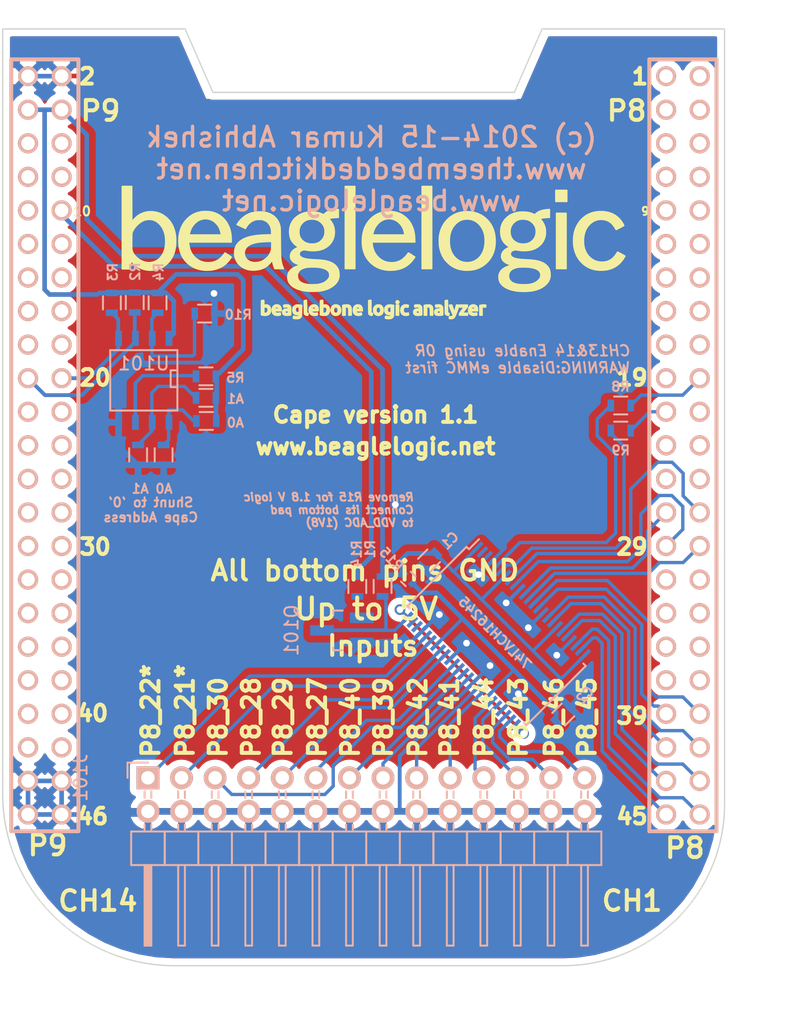
<source format=kicad_pcb>
(kicad_pcb (version 20171130) (host pcbnew 5.0.1+dfsg1-3)
  (layers (0 F.Cu signal hide) (31 B.Cu signal) (34 B.Paste user) (35 F.Paste user) (36 B.SilkS user) (37 F.SilkS user) (38 B.Mask user) (39 F.Mask user) (44 Edge.Cuts user))
  (net 0 "")
  (net 1 GND)
  (net 2 "Net-(R8-Pad1)")
  (net 3 "Net-(R9-Pad1)")
  (net 4 "Net-(U1-Pad1)")
  (net 5 "Net-(U1-Pad9)")
  (net 6 "Net-(U1-Pad7)")
  (net 7 "Net-(U1-Pad5)")
  (net 8 "Net-(U1-Pad3)")
  (net 9 "Net-(U1-Pad37)")
  (net 10 "Net-(U1-Pad35)")
  (net 11 "Net-(U1-Pad38)")
  (net 12 "Net-(U1-Pad36)")
  (net 13 "Net-(U1-Pad34)")
  (net 14 "Net-(U1-Pad32)")
  (net 15 "Net-(U1-Pad33)")
  (net 16 "Net-(U1-Pad26)")
  (net 17 "Net-(U1-Pad24)")
  (net 18 "Net-(U1-Pad31)")
  (net 19 "Net-(U1-Pad22)")
  (net 20 "Net-(U1-Pad18)")
  (net 21 "Net-(U1-Pad25)")
  (net 22 "Net-(U1-Pad16)")
  (net 23 "Net-(U1-Pad23)")
  (net 24 "Net-(U1-Pad14)")
  (net 25 "Net-(U1-Pad12)")
  (net 26 "Net-(U1-Pad19)")
  (net 27 "Net-(U1-Pad10)")
  (net 28 "Net-(U1-Pad17)")
  (net 29 "Net-(U1-Pad8)")
  (net 30 "Net-(U1-Pad15)")
  (net 31 "Net-(U1-Pad6)")
  (net 32 "Net-(U1-Pad13)")
  (net 33 "Net-(U1-Pad4)")
  (net 34 "Net-(U1-Pad11)")
  (net 35 "Net-(U1-Pad2)")
  (net 36 "Net-(U1-Pad911)")
  (net 37 "Net-(U1-Pad913)")
  (net 38 "Net-(U1-Pad906)")
  (net 39 "Net-(U1-Pad915)")
  (net 40 "Net-(U1-Pad908)")
  (net 41 "Net-(U1-Pad917)")
  (net 42 "Net-(U1-Pad912)")
  (net 43 "Net-(U1-Pad921)")
  (net 44 "Net-(U1-Pad914)")
  (net 45 "Net-(U1-Pad923)")
  (net 46 "Net-(U1-Pad916)")
  (net 47 "Net-(U1-Pad925)")
  (net 48 "Net-(U1-Pad918)")
  (net 49 "Net-(U1-Pad927)")
  (net 50 "Net-(U1-Pad929)")
  (net 51 "Net-(U1-Pad922)")
  (net 52 "Net-(U1-Pad931)")
  (net 53 "Net-(U1-Pad924)")
  (net 54 "Net-(U1-Pad926)")
  (net 55 "Net-(U1-Pad933)")
  (net 56 "Net-(U1-Pad928)")
  (net 57 "Net-(U1-Pad932)")
  (net 58 "Net-(U1-Pad934)")
  (net 59 "Net-(U1-Pad936)")
  (net 60 "Net-(U1-Pad938)")
  (net 61 "Net-(U1-Pad935)")
  (net 62 "Net-(U1-Pad937)")
  (net 63 "Net-(U1-Pad905)")
  (net 64 "Net-(U1-Pad907)")
  (net 65 "Net-(U1-Pad909)")
  (net 66 "Net-(U1-Pad939)")
  (net 67 "Net-(U1-Pad940)")
  (net 68 "Net-(U1-Pad930)")
  (net 69 "Net-(U1-Pad941)")
  (net 70 "Net-(U1-Pad942)")
  (net 71 "Net-(U2-Pad2)")
  (net 72 "Net-(U2-Pad3)")
  (net 73 "Net-(U2-Pad46)")
  (net 74 "Net-(U2-Pad47)")
  (net 75 /CH2)
  (net 76 /CH1)
  (net 77 /CH4)
  (net 78 /CH3)
  (net 79 /CH6)
  (net 80 /CH5)
  (net 81 /CH12)
  (net 82 /CH8)
  (net 83 /CH7)
  (net 84 /CH11)
  (net 85 /CH10)
  (net 86 /CH14)
  (net 87 /CH9)
  (net 88 /CH13)
  (net 89 /IN1)
  (net 90 /IN2)
  (net 91 /IN3)
  (net 92 /IN4)
  (net 93 /IN5)
  (net 94 /IN6)
  (net 95 /IN7)
  (net 96 /IN8)
  (net 97 /IN9)
  (net 98 /IN10)
  (net 99 /IN11)
  (net 100 /IN12)
  (net 101 /IN13)
  (net 102 /IN14)
  (net 103 /EP_SDA)
  (net 104 /EP_SCL)
  (net 105 /SYS_RESETn)
  (net 106 "Net-(C2-Pad1)")
  (net 107 "Net-(R10-Pad2)")
  (net 108 "Net-(R5-Pad1)")
  (net 109 "Net-(R12-Pad2)")
  (net 110 "Net-(R13-Pad2)")
  (net 111 +3V3)
  (net 112 "Net-(Q101-Pad1)")
  (net 113 "Net-(Q101-Pad3)")
  (net 114 "Net-(U101-Pad8)")
  (module "Custom libs:BBB" (layer B.Cu) (at 169.4 134 90)
    (fp_text reference U1 hide)
    (fp_text value bbb hide)
    (pad 1 thru_hole circle (at 71.4248 -4.4196 270) (size 1.5 1.5) (drill 1.02) (layers *.Cu *.Mask B.SilkS) (net 4 "Net-(U1-Pad1)"))
    (pad 46 thru_hole circle (at 15.5448 -1.8796 270) (size 1.524 1.524) (drill 1.016) (layers *.Cu *.Mask B.SilkS) (net 75 /CH2))
    (pad 45 thru_hole circle (at 15.5448 -4.4196 270) (size 1.524 1.524) (drill 1.016) (layers *.Cu *.Mask B.SilkS) (net 76 /CH1))
    (pad 44 thru_hole circle (at 18.0848 -1.8796 270) (size 1.524 1.524) (drill 1.016) (layers *.Cu *.Mask B.SilkS) (net 77 /CH4))
    (pad 43 thru_hole circle (at 18.0848 -4.4196 270) (size 1.524 1.524) (drill 1.016) (layers *.Cu *.Mask B.SilkS) (net 78 /CH3))
    (pad 42 thru_hole circle (at 20.6248 -1.8796 270) (size 1.524 1.524) (drill 1.016) (layers *.Cu *.Mask B.SilkS) (net 79 /CH6))
    (pad 41 thru_hole circle (at 20.6248 -4.4196 270) (size 1.524 1.524) (drill 1.016) (layers *.Cu *.Mask B.SilkS) (net 80 /CH5))
    (pad 30 thru_hole circle (at 35.8648 -1.8796 270) (size 1.524 1.524) (drill 1.016) (layers *.Cu *.Mask B.SilkS) (net 81 /CH12))
    (pad 40 thru_hole circle (at 23.1648 -1.8796 270) (size 1.524 1.524) (drill 1.016) (layers *.Cu *.Mask B.SilkS) (net 82 /CH8))
    (pad 39 thru_hole circle (at 23.1648 -4.4196 270) (size 1.524 1.524) (drill 1.016) (layers *.Cu *.Mask B.SilkS) (net 83 /CH7))
    (pad 9 thru_hole circle (at 61.2648 -4.4196 270) (size 1.524 1.524) (drill 1.016) (layers *.Cu *.Mask B.SilkS) (net 5 "Net-(U1-Pad9)"))
    (pad 7 thru_hole circle (at 63.8048 -4.4196 270) (size 1.524 1.524) (drill 1.016) (layers *.Cu *.Mask B.SilkS) (net 6 "Net-(U1-Pad7)"))
    (pad 5 thru_hole circle (at 66.3448 -4.4196 270) (size 1.524 1.524) (drill 1.016) (layers *.Cu *.Mask B.SilkS) (net 7 "Net-(U1-Pad5)"))
    (pad 3 thru_hole circle (at 68.8848 -4.4196 270) (size 1.524 1.524) (drill 1.016) (layers *.Cu *.Mask B.SilkS) (net 8 "Net-(U1-Pad3)"))
    (pad 37 thru_hole circle (at 25.7048 -4.4196 270) (size 1.524 1.524) (drill 1.016) (layers *.Cu *.Mask B.SilkS) (net 9 "Net-(U1-Pad37)"))
    (pad 35 thru_hole circle (at 28.2448 -4.4196 270) (size 1.524 1.524) (drill 1.016) (layers *.Cu *.Mask B.SilkS) (net 10 "Net-(U1-Pad35)"))
    (pad 38 thru_hole circle (at 25.7048 -1.8796 270) (size 1.524 1.524) (drill 1.016) (layers *.Cu *.Mask B.SilkS) (net 11 "Net-(U1-Pad38)"))
    (pad 36 thru_hole circle (at 28.2448 -1.8796 270) (size 1.524 1.524) (drill 1.016) (layers *.Cu *.Mask B.SilkS) (net 12 "Net-(U1-Pad36)"))
    (pad 34 thru_hole circle (at 30.7848 -1.8796 270) (size 1.524 1.524) (drill 1.016) (layers *.Cu *.Mask B.SilkS) (net 13 "Net-(U1-Pad34)"))
    (pad 32 thru_hole circle (at 33.3248 -1.8796 270) (size 1.524 1.524) (drill 1.016) (layers *.Cu *.Mask B.SilkS) (net 14 "Net-(U1-Pad32)"))
    (pad 28 thru_hole circle (at 38.4048 -1.8796 270) (size 1.524 1.524) (drill 1.016) (layers *.Cu *.Mask B.SilkS) (net 84 /CH11))
    (pad 33 thru_hole circle (at 30.7848 -4.4196 270) (size 1.524 1.524) (drill 1.016) (layers *.Cu *.Mask B.SilkS) (net 15 "Net-(U1-Pad33)"))
    (pad 26 thru_hole circle (at 40.9448 -1.8796 270) (size 1.524 1.524) (drill 1.016) (layers *.Cu *.Mask B.SilkS) (net 16 "Net-(U1-Pad26)"))
    (pad 24 thru_hole circle (at 43.4848 -1.8796 270) (size 1.524 1.524) (drill 1.016) (layers *.Cu *.Mask B.SilkS) (net 17 "Net-(U1-Pad24)"))
    (pad 31 thru_hole circle (at 33.3248 -4.4196 270) (size 1.524 1.524) (drill 1.016) (layers *.Cu *.Mask B.SilkS) (net 18 "Net-(U1-Pad31)"))
    (pad 22 thru_hole circle (at 46.0248 -1.8796 270) (size 1.524 1.524) (drill 1.016) (layers *.Cu *.Mask B.SilkS) (net 19 "Net-(U1-Pad22)"))
    (pad 29 thru_hole circle (at 35.8648 -4.4196 270) (size 1.524 1.524) (drill 1.016) (layers *.Cu *.Mask B.SilkS) (net 85 /CH10))
    (pad 20 thru_hole circle (at 48.5648 -1.8796 270) (size 1.524 1.524) (drill 1.016) (layers *.Cu *.Mask B.SilkS) (net 86 /CH14))
    (pad 27 thru_hole circle (at 38.4048 -4.4196 270) (size 1.524 1.524) (drill 1.016) (layers *.Cu *.Mask B.SilkS) (net 87 /CH9))
    (pad 18 thru_hole circle (at 51.1048 -1.8796 270) (size 1.524 1.524) (drill 1.016) (layers *.Cu *.Mask B.SilkS) (net 20 "Net-(U1-Pad18)"))
    (pad 25 thru_hole circle (at 40.9448 -4.4196 270) (size 1.524 1.524) (drill 1.016) (layers *.Cu *.Mask B.SilkS) (net 21 "Net-(U1-Pad25)"))
    (pad 16 thru_hole circle (at 53.6448 -1.8796 270) (size 1.524 1.524) (drill 1.016) (layers *.Cu *.Mask B.SilkS) (net 22 "Net-(U1-Pad16)"))
    (pad 23 thru_hole circle (at 43.4848 -4.4196 270) (size 1.524 1.524) (drill 1.016) (layers *.Cu *.Mask B.SilkS) (net 23 "Net-(U1-Pad23)"))
    (pad 14 thru_hole circle (at 56.1848 -1.8796 270) (size 1.524 1.524) (drill 1.016) (layers *.Cu *.Mask B.SilkS) (net 24 "Net-(U1-Pad14)"))
    (pad 21 thru_hole circle (at 46.0248 -4.4196 270) (size 1.524 1.524) (drill 1.016) (layers *.Cu *.Mask B.SilkS) (net 88 /CH13))
    (pad 12 thru_hole circle (at 58.7248 -1.8796 270) (size 1.524 1.524) (drill 1.016) (layers *.Cu *.Mask B.SilkS) (net 25 "Net-(U1-Pad12)"))
    (pad 19 thru_hole circle (at 48.5648 -4.4196 270) (size 1.524 1.524) (drill 1.016) (layers *.Cu *.Mask B.SilkS) (net 26 "Net-(U1-Pad19)"))
    (pad 10 thru_hole circle (at 61.2648 -1.8796 270) (size 1.524 1.524) (drill 1.016) (layers *.Cu *.Mask B.SilkS) (net 27 "Net-(U1-Pad10)"))
    (pad 17 thru_hole circle (at 51.1048 -4.4196 270) (size 1.524 1.524) (drill 1.016) (layers *.Cu *.Mask B.SilkS) (net 28 "Net-(U1-Pad17)"))
    (pad 8 thru_hole circle (at 63.8048 -1.8796 270) (size 1.524 1.524) (drill 1.016) (layers *.Cu *.Mask B.SilkS) (net 29 "Net-(U1-Pad8)"))
    (pad 15 thru_hole circle (at 53.6448 -4.4196 270) (size 1.524 1.524) (drill 1.016) (layers *.Cu *.Mask B.SilkS) (net 30 "Net-(U1-Pad15)"))
    (pad 6 thru_hole circle (at 66.3448 -1.8796 270) (size 1.524 1.524) (drill 1.016) (layers *.Cu *.Mask B.SilkS) (net 31 "Net-(U1-Pad6)"))
    (pad 13 thru_hole circle (at 56.1848 -4.4196 270) (size 1.524 1.524) (drill 1.016) (layers *.Cu *.Mask B.SilkS) (net 32 "Net-(U1-Pad13)"))
    (pad 4 thru_hole circle (at 68.8848 -1.8796 270) (size 1.524 1.524) (drill 1.016) (layers *.Cu *.Mask B.SilkS) (net 33 "Net-(U1-Pad4)"))
    (pad 11 thru_hole circle (at 58.7248 -4.4196 270) (size 1.524 1.524) (drill 1.016) (layers *.Cu *.Mask B.SilkS) (net 34 "Net-(U1-Pad11)"))
    (pad 2 thru_hole circle (at 71.4248 -1.8796 270) (size 1.524 1.524) (drill 1.016) (layers *.Cu *.Mask B.SilkS) (net 35 "Net-(U1-Pad2)"))
    (pad 902 thru_hole circle (at 71.4248 -50.1396 270) (size 1.524 1.524) (drill 1.016) (layers *.Cu *.Mask B.SilkS) (net 1 GND))
    (pad 911 thru_hole circle (at 58.7248 -52.6796 270) (size 1.524 1.524) (drill 1.016) (layers *.Cu *.Mask B.SilkS) (net 36 "Net-(U1-Pad911)"))
    (pad 904 thru_hole circle (at 68.8848 -50.1396 270) (size 1.524 1.524) (drill 1.016) (layers *.Cu *.Mask B.SilkS) (net 111 +3V3))
    (pad 913 thru_hole circle (at 56.1848 -52.6796 270) (size 1.524 1.524) (drill 1.016) (layers *.Cu *.Mask B.SilkS) (net 37 "Net-(U1-Pad913)"))
    (pad 906 thru_hole circle (at 66.3448 -50.1396 270) (size 1.524 1.524) (drill 1.016) (layers *.Cu *.Mask B.SilkS) (net 38 "Net-(U1-Pad906)"))
    (pad 915 thru_hole circle (at 53.6448 -52.6796 270) (size 1.524 1.524) (drill 1.016) (layers *.Cu *.Mask B.SilkS) (net 39 "Net-(U1-Pad915)"))
    (pad 908 thru_hole circle (at 63.8048 -50.1396 270) (size 1.524 1.524) (drill 1.016) (layers *.Cu *.Mask B.SilkS) (net 40 "Net-(U1-Pad908)"))
    (pad 917 thru_hole circle (at 51.1048 -52.6796 270) (size 1.524 1.524) (drill 1.016) (layers *.Cu *.Mask B.SilkS) (net 41 "Net-(U1-Pad917)"))
    (pad 910 thru_hole circle (at 61.2648 -50.1396 270) (size 1.524 1.524) (drill 1.016) (layers *.Cu *.Mask B.SilkS) (net 105 /SYS_RESETn))
    (pad 919 thru_hole circle (at 48.5648 -52.6796 270) (size 1.524 1.524) (drill 1.016) (layers *.Cu *.Mask B.SilkS) (net 104 /EP_SCL))
    (pad 912 thru_hole circle (at 58.7248 -50.1396 270) (size 1.524 1.524) (drill 1.016) (layers *.Cu *.Mask B.SilkS) (net 42 "Net-(U1-Pad912)"))
    (pad 921 thru_hole circle (at 46.0248 -52.6796 270) (size 1.524 1.524) (drill 1.016) (layers *.Cu *.Mask B.SilkS) (net 43 "Net-(U1-Pad921)"))
    (pad 914 thru_hole circle (at 56.1848 -50.1396 270) (size 1.524 1.524) (drill 1.016) (layers *.Cu *.Mask B.SilkS) (net 44 "Net-(U1-Pad914)"))
    (pad 923 thru_hole circle (at 43.4848 -52.6796 270) (size 1.524 1.524) (drill 1.016) (layers *.Cu *.Mask B.SilkS) (net 45 "Net-(U1-Pad923)"))
    (pad 916 thru_hole circle (at 53.6448 -50.1396 270) (size 1.524 1.524) (drill 1.016) (layers *.Cu *.Mask B.SilkS) (net 46 "Net-(U1-Pad916)"))
    (pad 925 thru_hole circle (at 40.9448 -52.6796 270) (size 1.524 1.524) (drill 1.016) (layers *.Cu *.Mask B.SilkS) (net 47 "Net-(U1-Pad925)"))
    (pad 918 thru_hole circle (at 51.1048 -50.1396 270) (size 1.524 1.524) (drill 1.016) (layers *.Cu *.Mask B.SilkS) (net 48 "Net-(U1-Pad918)"))
    (pad 927 thru_hole circle (at 38.4048 -52.6796 270) (size 1.524 1.524) (drill 1.016) (layers *.Cu *.Mask B.SilkS) (net 49 "Net-(U1-Pad927)"))
    (pad 920 thru_hole circle (at 48.5648 -50.1396 270) (size 1.524 1.524) (drill 1.016) (layers *.Cu *.Mask B.SilkS) (net 103 /EP_SDA))
    (pad 929 thru_hole circle (at 35.8648 -52.6796 270) (size 1.524 1.524) (drill 1.016) (layers *.Cu *.Mask B.SilkS) (net 50 "Net-(U1-Pad929)"))
    (pad 922 thru_hole circle (at 46.0248 -50.1396 270) (size 1.524 1.524) (drill 1.016) (layers *.Cu *.Mask B.SilkS) (net 51 "Net-(U1-Pad922)"))
    (pad 931 thru_hole circle (at 33.3248 -52.6796 270) (size 1.524 1.524) (drill 1.016) (layers *.Cu *.Mask B.SilkS) (net 52 "Net-(U1-Pad931)"))
    (pad 924 thru_hole circle (at 43.4848 -50.1396 270) (size 1.524 1.524) (drill 1.016) (layers *.Cu *.Mask B.SilkS) (net 53 "Net-(U1-Pad924)"))
    (pad 926 thru_hole circle (at 40.9448 -50.1396 270) (size 1.524 1.524) (drill 1.016) (layers *.Cu *.Mask B.SilkS) (net 54 "Net-(U1-Pad926)"))
    (pad 933 thru_hole circle (at 30.7848 -52.6796 270) (size 1.524 1.524) (drill 1.016) (layers *.Cu *.Mask B.SilkS) (net 55 "Net-(U1-Pad933)"))
    (pad 928 thru_hole circle (at 38.4048 -50.1396 270) (size 1.524 1.524) (drill 1.016) (layers *.Cu *.Mask B.SilkS) (net 56 "Net-(U1-Pad928)"))
    (pad 932 thru_hole circle (at 33.3248 -50.1396 270) (size 1.524 1.524) (drill 1.016) (layers *.Cu *.Mask B.SilkS) (net 57 "Net-(U1-Pad932)"))
    (pad 934 thru_hole circle (at 30.7848 -50.1396 270) (size 1.524 1.524) (drill 1.016) (layers *.Cu *.Mask B.SilkS) (net 58 "Net-(U1-Pad934)"))
    (pad 936 thru_hole circle (at 28.2448 -50.1396 270) (size 1.524 1.524) (drill 1.016) (layers *.Cu *.Mask B.SilkS) (net 59 "Net-(U1-Pad936)"))
    (pad 938 thru_hole circle (at 25.7048 -50.1396 270) (size 1.524 1.524) (drill 1.016) (layers *.Cu *.Mask B.SilkS) (net 60 "Net-(U1-Pad938)"))
    (pad 935 thru_hole circle (at 28.2448 -52.6796 270) (size 1.524 1.524) (drill 1.016) (layers *.Cu *.Mask B.SilkS) (net 61 "Net-(U1-Pad935)"))
    (pad 937 thru_hole circle (at 25.7048 -52.6796 270) (size 1.524 1.524) (drill 1.016) (layers *.Cu *.Mask B.SilkS) (net 62 "Net-(U1-Pad937)"))
    (pad 903 thru_hole circle (at 68.8848 -52.6796 270) (size 1.524 1.524) (drill 1.016) (layers *.Cu *.Mask B.SilkS) (net 111 +3V3))
    (pad 905 thru_hole circle (at 66.3448 -52.6796 270) (size 1.524 1.524) (drill 1.016) (layers *.Cu *.Mask B.SilkS) (net 63 "Net-(U1-Pad905)"))
    (pad 907 thru_hole circle (at 63.8048 -52.6796 270) (size 1.524 1.524) (drill 1.016) (layers *.Cu *.Mask B.SilkS) (net 64 "Net-(U1-Pad907)"))
    (pad 909 thru_hole circle (at 61.2648 -52.6796 270) (size 1.524 1.524) (drill 1.016) (layers *.Cu *.Mask B.SilkS) (net 65 "Net-(U1-Pad909)"))
    (pad 939 thru_hole circle (at 23.1648 -52.6796 270) (size 1.524 1.524) (drill 1.016) (layers *.Cu *.Mask B.SilkS) (net 66 "Net-(U1-Pad939)"))
    (pad 940 thru_hole circle (at 23.1648 -50.1396 270) (size 1.524 1.524) (drill 1.016) (layers *.Cu *.Mask B.SilkS) (net 67 "Net-(U1-Pad940)"))
    (pad 930 thru_hole circle (at 35.8648 -50.1396 270) (size 1.524 1.524) (drill 1.016) (layers *.Cu *.Mask B.SilkS) (net 68 "Net-(U1-Pad930)"))
    (pad 941 thru_hole circle (at 20.6248 -52.6796 270) (size 1.524 1.524) (drill 1.016) (layers *.Cu *.Mask B.SilkS) (net 69 "Net-(U1-Pad941)"))
    (pad 942 thru_hole circle (at 20.6248 -50.1396 270) (size 1.524 1.524) (drill 1.016) (layers *.Cu *.Mask B.SilkS) (net 70 "Net-(U1-Pad942)"))
    (pad 943 thru_hole circle (at 18.0848 -52.6796 270) (size 1.524 1.524) (drill 1.016) (layers *.Cu *.Mask B.SilkS) (net 1 GND))
    (pad 944 thru_hole circle (at 18.0848 -50.1396 270) (size 1.524 1.524) (drill 1.016) (layers *.Cu *.Mask B.SilkS) (net 1 GND))
    (pad 945 thru_hole circle (at 15.5448 -52.6796 270) (size 1.524 1.524) (drill 1.016) (layers *.Cu *.Mask B.SilkS) (net 1 GND))
    (pad 946 thru_hole circle (at 15.5448 -50.1396 270) (size 1.524 1.524) (drill 1.016) (layers *.Cu *.Mask B.SilkS) (net 1 GND))
    (pad 901 thru_hole circle (at 71.4248 -52.6796 270) (size 1.5 1.5) (drill 1.02) (layers *.Cu *.Mask B.SilkS) (net 1 GND))
  )
  (module Housings_SSOP:TSSOP-48_6.1x12.5mm_Pitch0.5mm (layer B.Cu) (at 152.15 104.95 225)
    (fp_text reference U2 hide)
    (fp_text value 74LVCH16245 (at -0.070711 0.247487 315) (layer B.SilkS) (effects (font (size 0.7 0.7)) (justify mirror)))
    (pad 1 smd rect (at -3.749999 5.75 225) (size 1 0.285) (layers B.Cu B.Paste B.Mask) (net 111 +3V3))
    (pad 2 smd rect (at -3.75 5.25 225) (size 1 0.285) (layers B.Cu B.Paste B.Mask) (net 71 "Net-(U2-Pad2)"))
    (pad 3 smd rect (at -3.75 4.75 225) (size 1 0.285) (layers B.Cu B.Paste B.Mask) (net 72 "Net-(U2-Pad3)"))
    (pad 4 smd rect (at -3.75 4.25 225) (size 1 0.285) (layers B.Cu B.Paste B.Mask) (net 1 GND))
    (pad 5 smd rect (at -3.75 3.75 225) (size 1 0.285) (layers B.Cu B.Paste B.Mask) (net 2 "Net-(R8-Pad1)"))
    (pad 6 smd rect (at -3.749999 3.25 225) (size 1 0.285) (layers B.Cu B.Paste B.Mask) (net 3 "Net-(R9-Pad1)"))
    (pad 7 smd rect (at -3.75 2.75 225) (size 1 0.285) (layers B.Cu B.Paste B.Mask) (net 111 +3V3))
    (pad 8 smd rect (at -3.75 2.25 225) (size 1 0.285) (layers B.Cu B.Paste B.Mask) (net 84 /CH11))
    (pad 9 smd rect (at -3.75 1.749999 225) (size 1 0.285) (layers B.Cu B.Paste B.Mask) (net 85 /CH10))
    (pad 10 smd rect (at -3.75 1.25 225) (size 1 0.285) (layers B.Cu B.Paste B.Mask) (net 1 GND))
    (pad 11 smd rect (at -3.75 0.750001 225) (size 1 0.285) (layers B.Cu B.Paste B.Mask) (net 87 /CH9))
    (pad 12 smd rect (at -3.75 0.25 225) (size 1 0.285) (layers B.Cu B.Paste B.Mask) (net 81 /CH12))
    (pad 13 smd rect (at -3.75 -0.25 225) (size 1 0.285) (layers B.Cu B.Paste B.Mask) (net 82 /CH8))
    (pad 14 smd rect (at -3.75 -0.750001 225) (size 1 0.285) (layers B.Cu B.Paste B.Mask) (net 83 /CH7))
    (pad 15 smd rect (at -3.75 -1.25 225) (size 1 0.285) (layers B.Cu B.Paste B.Mask) (net 1 GND))
    (pad 16 smd rect (at -3.75 -1.749999 225) (size 1 0.285) (layers B.Cu B.Paste B.Mask) (net 79 /CH6))
    (pad 17 smd rect (at -3.75 -2.25 225) (size 1 0.285) (layers B.Cu B.Paste B.Mask) (net 80 /CH5))
    (pad 18 smd rect (at -3.75 -2.75 225) (size 1 0.285) (layers B.Cu B.Paste B.Mask) (net 111 +3V3))
    (pad 19 smd rect (at -3.749999 -3.25 225) (size 1 0.285) (layers B.Cu B.Paste B.Mask) (net 77 /CH4))
    (pad 20 smd rect (at -3.75 -3.75 225) (size 1 0.285) (layers B.Cu B.Paste B.Mask) (net 78 /CH3))
    (pad 21 smd rect (at -3.75 -4.25 225) (size 1 0.285) (layers B.Cu B.Paste B.Mask) (net 1 GND))
    (pad 22 smd rect (at -3.75 -4.75 225) (size 1 0.285) (layers B.Cu B.Paste B.Mask) (net 75 /CH2))
    (pad 23 smd rect (at -3.75 -5.25 225) (size 1 0.285) (layers B.Cu B.Paste B.Mask) (net 76 /CH1))
    (pad 24 smd rect (at -3.749999 -5.75 225) (size 1 0.285) (layers B.Cu B.Paste B.Mask) (net 111 +3V3))
    (pad 25 smd rect (at 3.749999 -5.75 225) (size 1 0.285) (layers B.Cu B.Paste B.Mask) (net 113 "Net-(Q101-Pad3)"))
    (pad 26 smd rect (at 3.75 -5.25 225) (size 1 0.285) (layers B.Cu B.Paste B.Mask) (net 89 /IN1))
    (pad 27 smd rect (at 3.75 -4.75 225) (size 1 0.285) (layers B.Cu B.Paste B.Mask) (net 90 /IN2))
    (pad 28 smd rect (at 3.75 -4.25 225) (size 1 0.285) (layers B.Cu B.Paste B.Mask) (net 1 GND))
    (pad 29 smd rect (at 3.75 -3.75 225) (size 1 0.285) (layers B.Cu B.Paste B.Mask) (net 91 /IN3))
    (pad 30 smd rect (at 3.749999 -3.25 225) (size 1 0.285) (layers B.Cu B.Paste B.Mask) (net 92 /IN4))
    (pad 31 smd rect (at 3.75 -2.75 225) (size 1 0.285) (layers B.Cu B.Paste B.Mask) (net 106 "Net-(C2-Pad1)"))
    (pad 32 smd rect (at 3.75 -2.25 225) (size 1 0.285) (layers B.Cu B.Paste B.Mask) (net 93 /IN5))
    (pad 33 smd rect (at 3.75 -1.749999 225) (size 1 0.285) (layers B.Cu B.Paste B.Mask) (net 94 /IN6))
    (pad 34 smd rect (at 3.75 -1.25 225) (size 1 0.285) (layers B.Cu B.Paste B.Mask) (net 1 GND))
    (pad 35 smd rect (at 3.75 -0.750001 225) (size 1 0.285) (layers B.Cu B.Paste B.Mask) (net 95 /IN7))
    (pad 36 smd rect (at 3.75 -0.25 225) (size 1 0.285) (layers B.Cu B.Paste B.Mask) (net 96 /IN8))
    (pad 37 smd rect (at 3.75 0.25 225) (size 1 0.285) (layers B.Cu B.Paste B.Mask) (net 100 /IN12))
    (pad 38 smd rect (at 3.75 0.750001 225) (size 1 0.285) (layers B.Cu B.Paste B.Mask) (net 97 /IN9))
    (pad 39 smd rect (at 3.75 1.25 225) (size 1 0.285) (layers B.Cu B.Paste B.Mask) (net 1 GND))
    (pad 40 smd rect (at 3.75 1.749999 225) (size 1 0.285) (layers B.Cu B.Paste B.Mask) (net 98 /IN10))
    (pad 41 smd rect (at 3.75 2.25 225) (size 1 0.285) (layers B.Cu B.Paste B.Mask) (net 99 /IN11))
    (pad 42 smd rect (at 3.75 2.75 225) (size 1 0.285) (layers B.Cu B.Paste B.Mask) (net 106 "Net-(C2-Pad1)"))
    (pad 43 smd rect (at 3.749999 3.25 225) (size 1 0.285) (layers B.Cu B.Paste B.Mask) (net 101 /IN13))
    (pad 44 smd rect (at 3.75 3.75 225) (size 1 0.285) (layers B.Cu B.Paste B.Mask) (net 102 /IN14))
    (pad 45 smd rect (at 3.75 4.25 225) (size 1 0.285) (layers B.Cu B.Paste B.Mask) (net 1 GND))
    (pad 46 smd rect (at 3.75 4.75 225) (size 1 0.285) (layers B.Cu B.Paste B.Mask) (net 73 "Net-(U2-Pad46)"))
    (pad 47 smd rect (at 3.75 5.25 225) (size 1 0.285) (layers B.Cu B.Paste B.Mask) (net 74 "Net-(U2-Pad47)"))
    (pad 48 smd rect (at 3.749999 5.75 225) (size 1 0.285) (layers B.Cu B.Paste B.Mask) (net 113 "Net-(Q101-Pad3)"))
  )
  (module Resistors_SMD:R_0603 (layer B.Cu) (at 143.5354 101.1936 270)
    (fp_text reference R1 (at -2.8186 0.9354 90) (layer B.SilkS) (effects (font (size 0.7 0.7)) (justify mirror)))
    (fp_text value 100K hide)
    (pad 1 smd rect (at -0.75 0 270) (size 0.5 0.9) (layers B.Cu B.Paste B.Mask) (net 111 +3V3))
    (pad 2 smd rect (at 0.75 0 270) (size 0.5 0.9) (layers B.Cu B.Paste B.Mask) (net 113 "Net-(Q101-Pad3)"))
  )
  (module Resistors_SMD:R_0603 (layer B.Cu) (at 124.7902 79.7052 90)
    (fp_text reference R2 (at 2.3302 0.0348 90) (layer B.SilkS) (effects (font (size 0.7 0.7)) (justify mirror)))
    (fp_text value 4K7 hide)
    (pad 1 smd rect (at -0.75 0 90) (size 0.5 0.9) (layers B.Cu B.Paste B.Mask) (net 104 /EP_SCL))
    (pad 2 smd rect (at 0.75 0 90) (size 0.5 0.9) (layers B.Cu B.Paste B.Mask) (net 111 +3V3))
  )
  (module Resistors_SMD:R_0603 (layer B.Cu) (at 123.063 79.7306 90)
    (fp_text reference R3 (at 2.3306 0.062 90) (layer B.SilkS) (effects (font (size 0.7 0.7)) (justify mirror)))
    (fp_text value 4K7 hide)
    (pad 1 smd rect (at -0.75 0 90) (size 0.5 0.9) (layers B.Cu B.Paste B.Mask) (net 103 /EP_SDA))
    (pad 2 smd rect (at 0.75 0 90) (size 0.5 0.9) (layers B.Cu B.Paste B.Mask) (net 111 +3V3))
  )
  (module Resistors_SMD:R_0603 (layer B.Cu) (at 126.5174 79.7306 90)
    (fp_text reference R4 (at 2.3306 0.0826 90) (layer B.SilkS) (effects (font (size 0.7 0.7)) (justify mirror)))
    (fp_text value 10K hide)
    (pad 1 smd rect (at -0.75 0 90) (size 0.5 0.9) (layers B.Cu B.Paste B.Mask) (net 107 "Net-(R10-Pad2)"))
    (pad 2 smd rect (at 0.75 0 90) (size 0.5 0.9) (layers B.Cu B.Paste B.Mask) (net 111 +3V3))
  )
  (module Resistors_SMD:R_0603 (layer B.Cu) (at 130.175 85.2932)
    (fp_text reference R5 (at 2.225 0.1068) (layer B.SilkS) (effects (font (size 0.7 0.7)) (justify mirror)))
    (fp_text value 10K hide)
    (pad 1 smd rect (at -0.75 0) (size 0.5 0.9) (layers B.Cu B.Paste B.Mask) (net 108 "Net-(R5-Pad1)"))
    (pad 2 smd rect (at 0.75 0) (size 0.5 0.9) (layers B.Cu B.Paste B.Mask) (net 111 +3V3))
  )
  (module Resistors_SMD:R_0603 (layer B.Cu) (at 130.175 86.9188)
    (fp_text reference R6 hide)
    (fp_text value 10K hide)
    (pad 1 smd rect (at -0.75 0) (size 0.5 0.9) (layers B.Cu B.Paste B.Mask) (net 109 "Net-(R12-Pad2)"))
    (pad 2 smd rect (at 0.75 0) (size 0.5 0.9) (layers B.Cu B.Paste B.Mask) (net 111 +3V3))
  )
  (module Resistors_SMD:R_0603 (layer B.Cu) (at 130.2004 88.6714)
    (fp_text reference R7 hide)
    (fp_text value 10K hide)
    (pad 1 smd rect (at -0.75 0) (size 0.5 0.9) (layers B.Cu B.Paste B.Mask) (net 110 "Net-(R13-Pad2)"))
    (pad 2 smd rect (at 0.75 0) (size 0.5 0.9) (layers B.Cu B.Paste B.Mask) (net 111 +3V3))
  )
  (module Resistors_SMD:R_0603 (layer B.Cu) (at 161.55 87.5)
    (fp_text reference R8 (at -0.025 -1.425) (layer B.SilkS) (effects (font (size 0.7 0.7)) (justify mirror)))
    (fp_text value 0R hide)
    (pad 1 smd rect (at -0.75 0) (size 0.5 0.9) (layers B.Cu B.Paste B.Mask) (net 2 "Net-(R8-Pad1)"))
    (pad 2 smd rect (at 0.75 0) (size 0.5 0.9) (layers B.Cu B.Paste B.Mask) (net 86 /CH14))
  )
  (module Resistors_SMD:R_0603 (layer B.Cu) (at 161.55 89.4)
    (fp_text reference R9 (at 0 1.5) (layer B.SilkS) (effects (font (size 0.7 0.7)) (justify mirror)))
    (fp_text value 0R hide)
    (pad 1 smd rect (at -0.75 0) (size 0.5 0.9) (layers B.Cu B.Paste B.Mask) (net 3 "Net-(R9-Pad1)"))
    (pad 2 smd rect (at 0.75 0) (size 0.5 0.9) (layers B.Cu B.Paste B.Mask) (net 88 /CH13))
  )
  (module Resistors_SMD:R_0603 (layer B.Cu) (at 130.0734 80.5434 180)
    (fp_text reference R10 (at -2.5516 -0.0816 180) (layer B.SilkS) (effects (font (size 0.7 0.7)) (justify mirror)))
    (fp_text value 10K hide)
    (pad 1 smd rect (at -0.75 0 180) (size 0.5 0.9) (layers B.Cu B.Paste B.Mask) (net 1 GND))
    (pad 2 smd rect (at 0.75 0 180) (size 0.5 0.9) (layers B.Cu B.Paste B.Mask) (net 107 "Net-(R10-Pad2)"))
  )
  (module Resistors_SMD:R_0603 (layer B.Cu) (at 125.0442 91.2368 90)
    (fp_text reference R12 hide)
    (fp_text value 10K hide)
    (pad 1 smd rect (at -0.75 0 90) (size 0.5 0.9) (layers B.Cu B.Paste B.Mask) (net 1 GND))
    (pad 2 smd rect (at 0.75 0 90) (size 0.5 0.9) (layers B.Cu B.Paste B.Mask) (net 109 "Net-(R12-Pad2)"))
  )
  (module Resistors_SMD:R_0603 (layer B.Cu) (at 126.9746 91.2368 90)
    (fp_text reference R13 hide)
    (fp_text value 10K hide)
    (pad 1 smd rect (at -0.75 0 90) (size 0.5 0.9) (layers B.Cu B.Paste B.Mask) (net 1 GND))
    (pad 2 smd rect (at 0.75 0 90) (size 0.5 0.9) (layers B.Cu B.Paste B.Mask) (net 110 "Net-(R13-Pad2)"))
  )
  (module Resistors_SMD:R_0603 (layer B.Cu) (at 141.625 101.2 90)
    (fp_text reference R14 (at 2.475 -0.05 90) (layer B.SilkS) (effects (font (size 0.7 0.7)) (justify mirror)))
    (fp_text value 1K hide)
    (pad 1 smd rect (at -0.75 0 90) (size 0.5 0.9) (layers B.Cu B.Paste B.Mask) (net 112 "Net-(Q101-Pad1)"))
    (pad 2 smd rect (at 0.75 0 90) (size 0.5 0.9) (layers B.Cu B.Paste B.Mask) (net 105 /SYS_RESETn))
  )
  (module Resistors_SMD:R_0603 (layer B.Cu) (at 147.05 99.225 45)
    (fp_text reference C1 (at 2.174353 0.053033 45) (layer B.SilkS) (effects (font (size 0.7 0.7)) (justify mirror)))
    (fp_text value "0.1 uF" hide)
    (pad 1 smd rect (at -0.75 0 45) (size 0.5 0.9) (layers B.Cu B.Paste B.Mask) (net 1 GND))
    (pad 2 smd rect (at 0.75 0 45) (size 0.5 0.9) (layers B.Cu B.Paste B.Mask) (net 111 +3V3))
  )
  (module Resistors_SMD:R_0603 (layer B.Cu) (at 157.2 110.9 45)
    (fp_text reference C2 (at 2.209709 0.123744 45) (layer B.SilkS) (effects (font (size 0.7 0.7)) (justify mirror)))
    (fp_text value "0.1 uF" hide)
    (pad 1 smd rect (at -0.75 0 45) (size 0.5 0.9) (layers B.Cu B.Paste B.Mask) (net 106 "Net-(C2-Pad1)"))
    (pad 2 smd rect (at 0.75 0 45) (size 0.5 0.9) (layers B.Cu B.Paste B.Mask) (net 1 GND))
  )
  (module Resistors_SMD:R_0402 (layer B.Cu) (at 145.475 100.625 135)
    (fp_text reference R15 (at 1.962221 0.159099 135) (layer B.SilkS) (effects (font (size 0.7 0.7)) (justify mirror)))
    (fp_text value 0R hide)
    (pad 1 smd rect (at -0.45 0 135) (size 0.4 0.6) (layers B.Cu B.Paste B.Mask) (net 106 "Net-(C2-Pad1)"))
    (pad 2 smd rect (at 0.45 0 135) (size 0.4 0.6) (layers B.Cu B.Paste B.Mask) (net 111 +3V3))
  )
  (module logo:logo (layer F.Cu) (at 142.85 75.925)
    (fp_text reference G*** hide)
    (fp_text value LOGO hide)
  )
  (module Pin_Headers:Pin_Header_Angled_2x14 (layer B.Cu) (at 125.79 115.68 270)
    (fp_text reference J101 (at 0 5.1 270) (layer B.SilkS) (effects (justify mirror)))
    (fp_text value Conn_02x14_Odd_Even)
    (pad 1 thru_hole rect (at 0 0 270) (size 1.7272 1.7272) (drill 1.016) (layers *.Cu *.Mask B.SilkS) (net 102 /IN14))
    (pad 2 thru_hole oval (at 2.54 0 270) (size 1.7272 1.7272) (drill 1.016) (layers *.Cu *.Mask B.SilkS) (net 1 GND))
    (pad 3 thru_hole oval (at 0 -2.54 270) (size 1.7272 1.7272) (drill 1.016) (layers *.Cu *.Mask B.SilkS) (net 101 /IN13))
    (pad 4 thru_hole oval (at 2.54 -2.54 270) (size 1.7272 1.7272) (drill 1.016) (layers *.Cu *.Mask B.SilkS) (net 1 GND))
    (pad 5 thru_hole oval (at 0 -5.08 270) (size 1.7272 1.7272) (drill 1.016) (layers *.Cu *.Mask B.SilkS) (net 100 /IN12))
    (pad 6 thru_hole oval (at 2.54 -5.08 270) (size 1.7272 1.7272) (drill 1.016) (layers *.Cu *.Mask B.SilkS) (net 1 GND))
    (pad 7 thru_hole oval (at 0 -7.62 270) (size 1.7272 1.7272) (drill 1.016) (layers *.Cu *.Mask B.SilkS) (net 99 /IN11))
    (pad 8 thru_hole oval (at 2.54 -7.62 270) (size 1.7272 1.7272) (drill 1.016) (layers *.Cu *.Mask B.SilkS) (net 1 GND))
    (pad 9 thru_hole oval (at 0 -10.16 270) (size 1.7272 1.7272) (drill 1.016) (layers *.Cu *.Mask B.SilkS) (net 98 /IN10))
    (pad 10 thru_hole oval (at 2.54 -10.16 270) (size 1.7272 1.7272) (drill 1.016) (layers *.Cu *.Mask B.SilkS) (net 1 GND))
    (pad 11 thru_hole oval (at 0 -12.7 270) (size 1.7272 1.7272) (drill 1.016) (layers *.Cu *.Mask B.SilkS) (net 97 /IN9))
    (pad 12 thru_hole oval (at 2.54 -12.7 270) (size 1.7272 1.7272) (drill 1.016) (layers *.Cu *.Mask B.SilkS) (net 1 GND))
    (pad 13 thru_hole oval (at 0 -15.24 270) (size 1.7272 1.7272) (drill 1.016) (layers *.Cu *.Mask B.SilkS) (net 96 /IN8))
    (pad 14 thru_hole oval (at 2.54 -15.24 270) (size 1.7272 1.7272) (drill 1.016) (layers *.Cu *.Mask B.SilkS) (net 1 GND))
    (pad 15 thru_hole oval (at 0 -17.78 270) (size 1.7272 1.7272) (drill 1.016) (layers *.Cu *.Mask B.SilkS) (net 95 /IN7))
    (pad 16 thru_hole oval (at 2.54 -17.78 270) (size 1.7272 1.7272) (drill 1.016) (layers *.Cu *.Mask B.SilkS) (net 1 GND))
    (pad 17 thru_hole oval (at 0 -20.32 270) (size 1.7272 1.7272) (drill 1.016) (layers *.Cu *.Mask B.SilkS) (net 94 /IN6))
    (pad 18 thru_hole oval (at 2.54 -20.32 270) (size 1.7272 1.7272) (drill 1.016) (layers *.Cu *.Mask B.SilkS) (net 1 GND))
    (pad 19 thru_hole oval (at 0 -22.86 270) (size 1.7272 1.7272) (drill 1.016) (layers *.Cu *.Mask B.SilkS) (net 93 /IN5))
    (pad 20 thru_hole oval (at 2.54 -22.86 270) (size 1.7272 1.7272) (drill 1.016) (layers *.Cu *.Mask B.SilkS) (net 1 GND))
    (pad 21 thru_hole oval (at 0 -25.4 270) (size 1.7272 1.7272) (drill 1.016) (layers *.Cu *.Mask B.SilkS) (net 92 /IN4))
    (pad 22 thru_hole oval (at 2.54 -25.4 270) (size 1.7272 1.7272) (drill 1.016) (layers *.Cu *.Mask B.SilkS) (net 1 GND))
    (pad 23 thru_hole oval (at 0 -27.94 270) (size 1.7272 1.7272) (drill 1.016) (layers *.Cu *.Mask B.SilkS) (net 91 /IN3))
    (pad 24 thru_hole oval (at 2.54 -27.94 270) (size 1.7272 1.7272) (drill 1.016) (layers *.Cu *.Mask B.SilkS) (net 1 GND))
    (pad 25 thru_hole oval (at 0 -30.48 270) (size 1.7272 1.7272) (drill 1.016) (layers *.Cu *.Mask B.SilkS) (net 90 /IN2))
    (pad 26 thru_hole oval (at 2.54 -30.48 270) (size 1.7272 1.7272) (drill 1.016) (layers *.Cu *.Mask B.SilkS) (net 1 GND))
    (pad 27 thru_hole oval (at 0 -33.02 270) (size 1.7272 1.7272) (drill 1.016) (layers *.Cu *.Mask B.SilkS) (net 89 /IN1))
    (pad 28 thru_hole oval (at 2.54 -33.02 270) (size 1.7272 1.7272) (drill 1.016) (layers *.Cu *.Mask B.SilkS) (net 1 GND))
  )
  (module Housings_SOT-23_SOT-143_TSOT-6:SOT-23_Handsoldering (layer B.Cu) (at 140.462 104.521 270)
    (fp_text reference Q101 (at 0 3.81 270) (layer B.SilkS) (effects (justify mirror)))
    (fp_text value BSS138)
    (pad 1 smd rect (at -0.95 -1.50114 270) (size 0.8001 1.80086) (layers B.Cu B.Paste B.Mask) (net 112 "Net-(Q101-Pad1)"))
    (pad 2 smd rect (at 0.95 -1.50114 270) (size 0.8001 1.80086) (layers B.Cu B.Paste B.Mask) (net 1 GND))
    (pad 3 smd rect (at 0 1.50114 270) (size 0.8001 1.80086) (layers B.Cu B.Paste B.Mask) (net 113 "Net-(Q101-Pad3)"))
  )
  (module SMD_Packages:SOIC-8-N (layer B.Cu) (at 125.476 85.598 180)
    (fp_text reference U101 (at 0 1.27 180) (layer B.SilkS) (effects (justify mirror)))
    (fp_text value AT24CS64-SSHM)
    (pad 8 smd rect (at -1.905 3.175 180) (size 0.508 1.143) (layers B.Cu B.Paste B.Mask) (net 114 "Net-(U101-Pad8)"))
    (pad 7 smd rect (at -0.635 3.175 180) (size 0.508 1.143) (layers B.Cu B.Paste B.Mask) (net 107 "Net-(R10-Pad2)"))
    (pad 6 smd rect (at 0.635 3.175 180) (size 0.508 1.143) (layers B.Cu B.Paste B.Mask) (net 104 /EP_SCL))
    (pad 5 smd rect (at 1.905 3.175 180) (size 0.508 1.143) (layers B.Cu B.Paste B.Mask) (net 103 /EP_SDA))
    (pad 4 smd rect (at 1.905 -3.175 180) (size 0.508 1.143) (layers B.Cu B.Paste B.Mask) (net 1 GND))
    (pad 3 smd rect (at 0.635 -3.175 180) (size 0.508 1.143) (layers B.Cu B.Paste B.Mask) (net 108 "Net-(R5-Pad1)"))
    (pad 2 smd rect (at -0.635 -3.175 180) (size 0.508 1.143) (layers B.Cu B.Paste B.Mask) (net 109 "Net-(R12-Pad2)"))
    (pad 1 smd rect (at -1.905 -3.175 180) (size 0.508 1.143) (layers B.Cu B.Paste B.Mask) (net 110 "Net-(R13-Pad2)"))
  )
  (gr_arc (start 157.2 117.7) (end 157.2 129.9) (angle -90) (layer Edge.Cuts) (width 0.1))
  (gr_line (start 169.4 99) (end 169.4 117.7) (angle 90) (layer Edge.Cuts) (width 0.1))
  (gr_line (start 169.4 59) (end 169.4 99) (angle 90) (layer Edge.Cuts) (width 0.1))
  (gr_line (start 155.6 59) (end 169.4 59) (angle 90) (layer Edge.Cuts) (width 0.1))
  (gr_line (start 153.5 63.8) (end 155.6 59) (angle 90) (layer Edge.Cuts) (width 0.1))
  (gr_line (start 130.7 63.8) (end 153.5 63.8) (angle 90) (layer Edge.Cuts) (width 0.1))
  (gr_line (start 127.8 129.9) (end 157.2 129.9) (angle 90) (layer Edge.Cuts) (width 0.1))
  (gr_arc (start 127.8 116.9) (end 114.8 116.9) (angle -90) (layer Edge.Cuts) (width 0.1))
  (gr_line (start 114.8 59) (end 114.8 116.9) (angle 90) (layer Edge.Cuts) (width 0.1))
  (gr_line (start 128.6 59) (end 114.8 59) (angle 90) (layer Edge.Cuts) (width 0.1))
  (gr_line (start 130.7 63.8) (end 128.6 59) (angle 90) (layer Edge.Cuts) (width 0.1))
  (gr_text www.beaglelogic.net (at 143 90.6) (layer F.SilkS) (effects (font (size 1.2 1.2) (thickness 0.3))))
  (gr_text "Cape version 1.1" (at 143 88.2) (layer F.SilkS) (effects (font (size 1.2 1.2) (thickness 0.3))))
  (gr_text P9 (at 118.2 120.8) (layer F.SilkS) (effects (font (size 1.5 1.5) (thickness 0.3))))
  (gr_text P9 (at 122.2 65.2) (layer F.SilkS) (effects (font (size 1.5 1.5) (thickness 0.3))))
  (gr_text P8 (at 162 65.2) (layer F.SilkS) (effects (font (size 1.5 1.5) (thickness 0.3))))
  (gr_text P8 (at 166.4 121) (layer F.SilkS) (effects (font (size 1.5 1.5) (thickness 0.3))))
  (gr_text 1 (at 163 62.6) (layer F.SilkS) (effects (font (size 1.2 1.2) (thickness 0.3))))
  (gr_text 19 (at 162.4 85.4) (layer F.SilkS) (effects (font (size 1.2 1.2) (thickness 0.3))))
  (gr_text 29 (at 162.4 98.2) (layer F.SilkS) (effects (font (size 1.2 1.2) (thickness 0.3))))
  (gr_text 39 (at 162.4 111) (layer F.SilkS) (effects (font (size 1.2 1.2) (thickness 0.3))))
  (gr_text 45 (at 162.4 118.6) (layer F.SilkS) (effects (font (size 1.2 1.2) (thickness 0.3))))
  (gr_text 9 (at 163.4 72.8) (layer F.SilkS) (effects (font (size 0.6 0.6))))
  (gr_text 10 (at 120.8 72.8) (layer F.SilkS) (effects (font (size 0.7 0.7))))
  (gr_text 46 (at 121.6 118.6) (layer F.SilkS) (effects (font (size 1.2 1.2) (thickness 0.3))))
  (gr_text 40 (at 121.6 110.8) (layer F.SilkS) (effects (font (size 1.2 1.2) (thickness 0.3))))
  (gr_text 30 (at 121.8 98.2) (layer F.SilkS) (effects (font (size 1.2 1.2) (thickness 0.3))))
  (gr_text 20 (at 121.8 85.4) (layer F.SilkS) (effects (font (size 1.2 1.2) (thickness 0.3))))
  (gr_text 2 (at 121.2 62.6) (layer F.SilkS) (effects (font (size 1.2 1.2) (thickness 0.3))))
  (gr_text Inputs (at 142.8 105.7) (layer F.SilkS) (effects (font (size 1.5 1.5) (thickness 0.3))))
  (gr_text P8_22* (at 126 110.6 90) (layer F.SilkS) (effects (font (size 1.3 1.3) (thickness 0.3))))
  (gr_text P8_30 (at 131.1 111.1 90) (layer F.SilkS) (effects (font (size 1.3 1.3) (thickness 0.3))))
  (gr_text P8_21* (at 128.6 110.6 90) (layer F.SilkS) (effects (font (size 1.3 1.3) (thickness 0.3))))
  (gr_text P8_28 (at 133.6 111.1 90) (layer F.SilkS) (effects (font (size 1.3 1.3) (thickness 0.3))))
  (gr_text P8_41 (at 148.6 111.1 90) (layer F.SilkS) (effects (font (size 1.3 1.3) (thickness 0.3))))
  (gr_text P8_42 (at 146.2 111.1 90) (layer F.SilkS) (effects (font (size 1.3 1.3) (thickness 0.3))))
  (gr_text P8_39 (at 143.6 111.1 90) (layer F.SilkS) (effects (font (size 1.3 1.3) (thickness 0.3))))
  (gr_text P8_40 (at 141.1 111.1 90) (layer F.SilkS) (effects (font (size 1.3 1.3) (thickness 0.3))))
  (gr_text P8_29 (at 136 111.1 90) (layer F.SilkS) (effects (font (size 1.3 1.3) (thickness 0.3))))
  (gr_text P8_27 (at 138.6 111.1 90) (layer F.SilkS) (effects (font (size 1.3 1.3) (thickness 0.3))))
  (gr_text P8_44 (at 151.2 111.1 90) (layer F.SilkS) (effects (font (size 1.3 1.3) (thickness 0.3))))
  (gr_text P8_43 (at 153.8 111.1 90) (layer F.SilkS) (effects (font (size 1.3 1.3) (thickness 0.3))))
  (gr_text P8_46 (at 156.5 111.1 90) (layer F.SilkS) (effects (font (size 1.3 1.3) (thickness 0.3))))
  (gr_text "Up to 5V" (at 142.3 102.9) (layer F.SilkS) (effects (font (size 1.6 1.6) (thickness 0.3))))
  (gr_text P8_45 (at 159 111.1 90) (layer F.SilkS) (effects (font (size 1.3 1.3) (thickness 0.3))))
  (gr_text "All bottom pins GND" (at 142.2 100) (layer F.SilkS) (effects (font (size 1.5 1.5) (thickness 0.3))))
  (gr_text CH14 (at 122 125) (layer F.SilkS) (effects (font (size 1.5 1.5) (thickness 0.3))))
  (gr_text CH1 (at 162.4 125) (layer F.SilkS) (effects (font (size 1.5 1.5) (thickness 0.3))))
  (gr_text "Remove R15 for 1.8 V logic\nConnect its bottom pad\nto VDD_ADC (1V8)\n" (at 146 95.4) (layer B.SilkS) (effects (font (size 0.6 0.6) (thickness 0.15) italic) (justify left mirror)))
  (gr_text "CH13&14 Enable using 0R\nWARNING:Disable eMMC first" (at 162.4 84) (layer B.SilkS) (effects (font (size 0.8 0.8) (thickness 0.15) italic) (justify left mirror)))
  (gr_text A1 (at 125.2 93.8) (layer B.SilkS) (effects (font (size 0.7 0.7)) (justify mirror)))
  (gr_text A0 (at 127 93.8) (layer B.SilkS) (effects (font (size 0.7 0.7)) (justify mirror)))
  (gr_text "Shunt to '0'\nCape Address" (at 126 95.4) (layer B.SilkS) (effects (font (size 0.7 0.7) (thickness 0.155)) (justify mirror)))
  (gr_text A1 (at 132.4 87) (layer B.SilkS) (effects (font (size 0.7 0.7)) (justify mirror)))
  (gr_text A0 (at 132.4 88.8) (layer B.SilkS) (effects (font (size 0.7 0.7)) (justify mirror)))
  (gr_text "(c) 2014-15 Kumar Abhishek\nwww.theembeddedkitchen.net\nwww.beaglelogic.net" (at 142.7 69.6) (layer B.SilkS) (effects (font (size 1.5 1.5) (thickness 0.254)) (justify mirror)))
  (segment (start 116.7204 62.5752) (end 119.2604 62.5752) (width 0.35) (layer B.Cu) (net 1))
  (segment (start 119.2604 62.5752) (end 119.2708 62.5856) (width 0.35) (layer B.Cu) (net 1))
  (segment (start 119.2604 62.5752) (end 119.2754 62.5602) (width 0.35) (layer F.Cu) (net 1))
  (segment (start 125.3236 62.5602) (end 130.7846 68.0212) (width 0.35) (layer F.Cu) (net 1))
  (segment (start 119.2754 62.5602) (end 125.3236 62.5602) (width 0.35) (layer F.Cu) (net 1))
  (segment (start 130.7846 68.0212) (end 130.7846 79.0194) (width 0.35) (layer F.Cu) (net 1))
  (segment (start 151.796447 99.293146) (end 152.8 98.289593) (width 0.254) (layer B.Cu) (net 1))
  (segment (start 139.3194 79.0194) (end 130.7846 79.0194) (width 0.254) (layer F.Cu) (net 1))
  (segment (start 144.5 84.2) (end 139.3194 79.0194) (width 0.254) (layer F.Cu) (net 1))
  (segment (start 144.5 95) (end 144.5 84.2) (width 0.254) (layer F.Cu) (net 1))
  (via (at 144.5 95) (size 0.8128) (layers F.Cu B.Cu) (net 1))
  (segment (start 150.5 95) (end 144.5 95) (width 0.254) (layer B.Cu) (net 1))
  (segment (start 152.8 97.3) (end 150.5 95) (width 0.254) (layer B.Cu) (net 1))
  (segment (start 152.8 98.289593) (end 152.8 97.3) (width 0.254) (layer B.Cu) (net 1))
  (segment (start 154.559 104.3178) (end 156.6412 106.4) (width 0.254) (layer F.Cu) (net 1))
  (segment (start 156.6412 106.4) (end 156.710407 106.4) (width 0.254) (layer F.Cu) (net 1))
  (segment (start 153.8 109.325) (end 156.710407 106.414593) (width 0.254) (layer F.Cu) (net 1))
  (segment (start 156.710407 106.414593) (end 156.710407 106.4) (width 0.254) (layer F.Cu) (net 1))
  (via (at 156.710407 106.4) (size 0.8128) (layers F.Cu B.Cu) (net 1))
  (segment (start 157.806854 105.303553) (end 156.710407 106.4) (width 0.254) (layer B.Cu) (net 1))
  (segment (start 152.503553 110.606854) (end 153.785407 109.325) (width 0.254) (layer B.Cu) (net 1))
  (segment (start 153.785407 109.325) (end 153.8 109.325) (width 0.254) (layer B.Cu) (net 1))
  (segment (start 151.6634 107.188) (end 153.8 109.3246) (width 0.35) (layer F.Cu) (net 1))
  (segment (start 153.8 109.325) (end 153.785407 109.325) (width 0.35) (layer B.Cu) (net 1))
  (via (at 153.8 109.325) (size 0.8128) (layers F.Cu B.Cu) (net 1))
  (segment (start 153.8 109.3246) (end 153.8 109.325) (width 0.35) (layer F.Cu) (net 1))
  (segment (start 147.828 103.3272) (end 149.8854 105.3846) (width 0.35) (layer F.Cu) (net 1))
  (via (at 147.828 103.3272) (size 0.8128) (layers F.Cu B.Cu) (net 1))
  (segment (start 146.493146 104.596447) (end 147.762393 103.3272) (width 0.289) (layer B.Cu) (net 1))
  (segment (start 147.762393 103.3272) (end 147.828 103.3272) (width 0.35) (layer B.Cu) (net 1))
  (segment (start 149.8854 105.3846) (end 149.8854 105.4862) (width 0.35) (layer F.Cu) (net 1))
  (segment (start 142.01902 105.4481) (end 140.71712 106.75) (width 0.35) (layer B.Cu) (net 1))
  (segment (start 126.9746 96.4692) (end 126.9746 91.9988) (width 0.35) (layer B.Cu) (net 1))
  (segment (start 126.9746 96.4692) (end 137.2554 106.75) (width 0.35) (layer B.Cu) (net 1))
  (segment (start 140.71712 106.75) (end 137.2554 106.75) (width 0.35) (layer B.Cu) (net 1))
  (segment (start 154.559 104.1146) (end 152.8826 102.4382) (width 0.35) (layer F.Cu) (net 1))
  (via (at 152.8826 102.4382) (size 0.8128) (layers F.Cu B.Cu) (net 1))
  (segment (start 153.917767 101.414466) (end 152.894033 102.4382) (width 0.289) (layer B.Cu) (net 1))
  (segment (start 152.894033 102.4382) (end 152.8826 102.4382) (width 0.35) (layer B.Cu) (net 1))
  (segment (start 150.792397 100.347997) (end 152.8826 102.4382) (width 0.35) (layer F.Cu) (net 1))
  (segment (start 150.792397 100.297196) (end 150.792397 100.347997) (width 0.35) (layer F.Cu) (net 1))
  (segment (start 151.796447 99.293146) (end 150.792397 100.297196) (width 0.289) (layer B.Cu) (net 1))
  (via (at 150.792397 100.297196) (size 0.8128) (layers F.Cu B.Cu) (net 1))
  (segment (start 154.559 104.3178) (end 154.559 104.1146) (width 0.35) (layer F.Cu) (net 1))
  (segment (start 154.559 104.308767) (end 154.559 104.3178) (width 0.35) (layer B.Cu) (net 1))
  (via (at 154.559 104.3178) (size 0.8128) (layers F.Cu B.Cu) (net 1))
  (segment (start 155.685534 103.182233) (end 154.559 104.308767) (width 0.289) (layer B.Cu) (net 1))
  (segment (start 151.6888 107.188) (end 154.559 104.3178) (width 0.35) (layer F.Cu) (net 1))
  (segment (start 144.8308 114.036967) (end 144.8308 118.0338) (width 0.289) (layer B.Cu) (net 1))
  (segment (start 150.382233 108.485534) (end 144.8308 114.036967) (width 0.289) (layer B.Cu) (net 1))
  (via (at 151.6634 107.188) (size 0.8128) (layers F.Cu B.Cu) (net 1))
  (segment (start 151.6634 107.204367) (end 151.6634 107.188) (width 0.35) (layer B.Cu) (net 1))
  (segment (start 150.382233 108.485534) (end 151.6634 107.204367) (width 0.289) (layer B.Cu) (net 1))
  (segment (start 149.846033 105.4862) (end 148.614466 106.717767) (width 0.289) (layer B.Cu) (net 1))
  (segment (start 149.846033 105.4862) (end 149.8854 105.4862) (width 0.35) (layer B.Cu) (net 1))
  (via (at 149.8854 105.4862) (size 0.8128) (layers F.Cu B.Cu) (net 1))
  (segment (start 149.9616 105.4862) (end 151.6634 107.188) (width 0.35) (layer F.Cu) (net 1))
  (segment (start 149.8854 105.4862) (end 149.9616 105.4862) (width 0.35) (layer F.Cu) (net 1))
  (segment (start 151.6634 107.188) (end 151.6888 107.188) (width 0.35) (layer F.Cu) (net 1))
  (segment (start 146.493146 104.596447) (end 145.616093 105.4735) (width 0.289) (layer B.Cu) (net 1))
  (segment (start 144.8308 118.0338) (end 144.6446 118.22) (width 0.35) (layer B.Cu) (net 1))
  (segment (start 119.2604 115.9152) (end 119.2604 118.4552) (width 0.35) (layer B.Cu) (net 1))
  (segment (start 116.7204 115.9152) (end 119.2604 115.9152) (width 0.35) (layer B.Cu) (net 1))
  (segment (start 116.7204 118.4552) (end 116.7204 115.9152) (width 0.35) (layer B.Cu) (net 1))
  (segment (start 125.5548 118.4552) (end 116.7204 118.4552) (width 0.35) (layer B.Cu) (net 1))
  (segment (start 125.79 118.22) (end 125.5548 118.4552) (width 0.35) (layer B.Cu) (net 1))
  (segment (start 128.33 118.22) (end 125.79 118.22) (width 0.35) (layer B.Cu) (net 1))
  (segment (start 130.87 118.22) (end 128.33 118.22) (width 0.35) (layer B.Cu) (net 1))
  (segment (start 133.41 118.22) (end 130.87 118.22) (width 0.35) (layer B.Cu) (net 1))
  (segment (start 135.95 118.22) (end 133.41 118.22) (width 0.35) (layer B.Cu) (net 1))
  (segment (start 138.49 118.22) (end 135.95 118.22) (width 0.35) (layer B.Cu) (net 1))
  (segment (start 141.03 118.22) (end 138.49 118.22) (width 0.35) (layer B.Cu) (net 1))
  (segment (start 143.57 118.22) (end 141.03 118.22) (width 0.35) (layer B.Cu) (net 1))
  (segment (start 144.6446 118.22) (end 143.57 118.22) (width 0.35) (layer B.Cu) (net 1))
  (segment (start 146.11 118.22) (end 144.6446 118.22) (width 0.35) (layer B.Cu) (net 1))
  (segment (start 148.65 118.22) (end 146.11 118.22) (width 0.35) (layer B.Cu) (net 1))
  (segment (start 151.19 118.22) (end 148.65 118.22) (width 0.35) (layer B.Cu) (net 1))
  (segment (start 153.73 118.22) (end 151.19 118.22) (width 0.35) (layer B.Cu) (net 1))
  (segment (start 156.27 118.22) (end 153.73 118.22) (width 0.35) (layer B.Cu) (net 1))
  (segment (start 158.81 118.22) (end 156.27 118.22) (width 0.35) (layer B.Cu) (net 1))
  (segment (start 145.616093 105.4735) (end 142.01902 105.4481) (width 0.289) (layer B.Cu) (net 1))
  (segment (start 126.9746 91.9988) (end 125.0442 91.9988) (width 0.35) (layer B.Cu) (net 1))
  (segment (start 123.5456 90.5002) (end 125.0442 91.9988) (width 0.35) (layer B.Cu) (net 1))
  (segment (start 130.8354 83.4898) (end 130.0734 84.2518) (width 0.35) (layer B.Cu) (net 1))
  (segment (start 130.8354 80.5434) (end 130.8354 83.4898) (width 0.35) (layer B.Cu) (net 1))
  (via (at 130.7846 79.0194) (size 0.8128) (layers F.Cu B.Cu) (net 1))
  (segment (start 130.8354 80.5434) (end 130.8354 79.0702) (width 0.35) (layer B.Cu) (net 1))
  (segment (start 130.8354 79.0702) (end 130.7846 79.0194) (width 0.35) (layer B.Cu) (net 1))
  (segment (start 125.3236 84.2518) (end 130.0734 84.2518) (width 0.289) (layer B.Cu) (net 1))
  (segment (start 123.5456 86.0298) (end 125.3236 84.2518) (width 0.35) (layer B.Cu) (net 1))
  (segment (start 123.5456 87.8408) (end 123.5456 90.5002) (width 0.35) (layer B.Cu) (net 1))
  (segment (start 123.5456 87.8408) (end 123.5456 86.0298) (width 0.35) (layer B.Cu) (net 1))
  (segment (start 159.0802 111.70257) (end 159.0802 113.5415) (width 0.35) (layer B.Cu) (net 1))
  (segment (start 159.9862 118.22) (end 158.81 118.22) (width 0.35) (layer B.Cu) (net 1))
  (segment (start 160.34 117.8662) (end 159.9862 118.22) (width 0.35) (layer B.Cu) (net 1))
  (segment (start 159.0802 113.5415) (end 160.34 114.8013) (width 0.35) (layer B.Cu) (net 1))
  (segment (start 160.34 114.8013) (end 160.34 117.8662) (width 0.35) (layer B.Cu) (net 1))
  (segment (start 158.638815 111.261185) (end 159.0802 111.70257) (width 0.35) (layer B.Cu) (net 1))
  (segment (start 157.738815 110.361185) (end 158.638815 111.261185) (width 0.35) (layer B.Cu) (net 1))
  (segment (start 147.11599 99.75533) (end 157.73033 110.36967) (width 0.254) (layer B.Cu) (net 1))
  (segment (start 146.51967 99.75533) (end 147.11599 99.75533) (width 0.254) (layer B.Cu) (net 1))
  (segment (start 153.8 109.9) (end 156.6 112.7) (width 0.254) (layer B.Cu) (net 1))
  (segment (start 156.6 112.7) (end 157.2 112.7) (width 0.254) (layer B.Cu) (net 1))
  (segment (start 157.2 112.7) (end 158.638815 111.261185) (width 0.254) (layer B.Cu) (net 1))
  (segment (start 153.8 109.325) (end 153.8 109.9) (width 0.254) (layer B.Cu) (net 1))
  (segment (start 153.924 97.872699) (end 160.445301 97.872699) (width 0.254) (layer B.Cu) (net 2))
  (segment (start 161.163 97.155) (end 161.163 91.186) (width 0.254) (layer B.Cu) (net 2))
  (segment (start 152.15 99.646699) (end 153.924 97.872699) (width 0.254) (layer B.Cu) (net 2))
  (segment (start 159.766 88.522) (end 160.788 87.5) (width 0.254) (layer B.Cu) (net 2))
  (segment (start 160.445301 97.872699) (end 161.163 97.155) (width 0.254) (layer B.Cu) (net 2))
  (segment (start 161.163 91.186) (end 159.766 89.789) (width 0.254) (layer B.Cu) (net 2))
  (segment (start 159.766 89.789) (end 159.766 88.522) (width 0.254) (layer B.Cu) (net 2))
  (segment (start 152.935806 99.568) (end 152.503553 100.000253) (width 0.254) (layer B.Cu) (net 3))
  (segment (start 154.813 98.298) (end 153.543 99.568) (width 0.254) (layer B.Cu) (net 3))
  (segment (start 160.8 89.6) (end 161.798 90.598) (width 0.254) (layer B.Cu) (net 3))
  (segment (start 160.8 89.4) (end 160.8 89.6) (width 0.254) (layer B.Cu) (net 3))
  (segment (start 153.543 99.568) (end 152.935806 99.568) (width 0.254) (layer B.Cu) (net 3))
  (segment (start 161.163 98.298) (end 161.798 97.663) (width 0.254) (layer B.Cu) (net 3))
  (segment (start 161.798 90.598) (end 161.798 97.663) (width 0.254) (layer B.Cu) (net 3))
  (segment (start 161.163 98.298) (end 154.813 98.298) (width 0.254) (layer B.Cu) (net 3))
  (segment (start 139.81938 104.4956) (end 143.767631 104.4956) (width 0.254) (layer B.Cu) (net 113))
  (segment (start 143.767631 104.4956) (end 143.78942 104.517389) (width 0.254) (layer B.Cu) (net 113))
  (segment (start 116.7204 65.1152) (end 117.975 65.1152) (width 0.35) (layer B.Cu) (net 111))
  (segment (start 117.975 78.725) (end 117.975 65.1152) (width 0.35) (layer B.Cu) (net 111))
  (segment (start 117.975 65.1152) (end 119.2604 65.1152) (width 0.35) (layer B.Cu) (net 111))
  (segment (start 156.746194 104.242893) (end 154.914214 106.074873) (width 0.254) (layer B.Cu) (net 111))
  (segment (start 154.914214 106.074873) (end 154.914214 106.074874) (width 0.254) (layer B.Cu) (net 111))
  (segment (start 158.867514 106.364214) (end 157.131728 108.1) (width 0.254) (layer B.Cu) (net 111))
  (segment (start 156.93934 108.1) (end 154.914214 106.074874) (width 0.254) (layer B.Cu) (net 111))
  (segment (start 154.914214 106.074874) (end 150.98934 102.15) (width 0.254) (layer B.Cu) (net 111))
  (segment (start 157.131728 108.1) (end 156.93934 108.1) (width 0.254) (layer B.Cu) (net 111))
  (segment (start 150.735786 98.232486) (end 148.903806 100.064466) (width 0.254) (layer B.Cu) (net 111))
  (segment (start 148.8 100) (end 148.8 99.96066) (width 0.254) (layer B.Cu) (net 111))
  (segment (start 148.864466 100.064466) (end 148.8 100) (width 0.254) (layer B.Cu) (net 111))
  (segment (start 148.903806 100.064466) (end 148.864466 100.064466) (width 0.254) (layer B.Cu) (net 111))
  (segment (start 145.156802 100.306802) (end 144.975 100.125) (width 0.254) (layer B.Cu) (net 111))
  (segment (start 145.43033 98.69467) (end 147.58033 98.69467) (width 0.35) (layer B.Cu) (net 111))
  (segment (start 144.975 99.15) (end 145.43033 98.69467) (width 0.35) (layer B.Cu) (net 111))
  (segment (start 144.975 100.125) (end 144.975 99.15) (width 0.35) (layer B.Cu) (net 111))
  (segment (start 143.5354 100.4436) (end 143.672198 100.306802) (width 0.254) (layer B.Cu) (net 111))
  (segment (start 143.672198 100.306802) (end 145.156802 100.306802) (width 0.35) (layer B.Cu) (net 111))
  (segment (start 150.98934 102.15) (end 148.8 99.96066) (width 0.254) (layer B.Cu) (net 111))
  (segment (start 148.8 99.96066) (end 147.54467 98.70533) (width 0.254) (layer B.Cu) (net 111))
  (segment (start 123.063 78.9806) (end 122.0944 78.9806) (width 0.35) (layer B.Cu) (net 111))
  (segment (start 118.35 79.1) (end 117.975 78.725) (width 0.35) (layer B.Cu) (net 111))
  (segment (start 121.975 79.1) (end 118.35 79.1) (width 0.35) (layer B.Cu) (net 111))
  (segment (start 122.0944 78.9806) (end 121.975 79.1) (width 0.254) (layer B.Cu) (net 111))
  (segment (start 152.857107 100.353806) (end 151.060913 102.15) (width 0.254) (layer B.Cu) (net 111))
  (segment (start 151.060913 102.15) (end 150.98934 102.15) (width 0.254) (layer B.Cu) (net 111))
  (segment (start 127.7366 82.0598) (end 127.3556 82.4408) (width 0.35) (layer B.Cu) (net 111))
  (segment (start 127.7366 79.5782) (end 127.7366 82.0598) (width 0.35) (layer B.Cu) (net 111))
  (segment (start 127.1016 78.9432) (end 127.7366 79.5782) (width 0.35) (layer B.Cu) (net 111))
  (segment (start 124.7902 78.9432) (end 124.7648 78.9686) (width 0.35) (layer B.Cu) (net 111))
  (segment (start 124.7648 78.9686) (end 123.063 78.9686) (width 0.35) (layer B.Cu) (net 111))
  (segment (start 126.492 78.9432) (end 127.1016 78.9432) (width 0.35) (layer B.Cu) (net 111))
  (segment (start 123.0884 78.9432) (end 126.492 78.9432) (width 0.35) (layer B.Cu) (net 111))
  (segment (start 123.063 78.9686) (end 123.0884 78.9432) (width 0.35) (layer B.Cu) (net 111))
  (segment (start 132.9944 83.2358) (end 132.9944 78.0034) (width 0.35) (layer B.Cu) (net 111))
  (segment (start 132.9944 78.0034) (end 132.5626 77.5716) (width 0.35) (layer B.Cu) (net 111))
  (segment (start 132.5626 77.5716) (end 127.9144 77.5716) (width 0.35) (layer B.Cu) (net 111))
  (segment (start 127.9144 77.5716) (end 126.5174 78.9686) (width 0.35) (layer B.Cu) (net 111))
  (segment (start 130.9878 85.2424) (end 132.9944 83.2358) (width 0.35) (layer B.Cu) (net 111))
  (segment (start 130.9878 86.868) (end 130.9624 86.8934) (width 0.35) (layer B.Cu) (net 111))
  (segment (start 130.9878 85.2424) (end 130.9878 86.868) (width 0.35) (layer B.Cu) (net 111))
  (segment (start 130.937 88.646) (end 130.9624 88.6714) (width 0.35) (layer B.Cu) (net 111))
  (segment (start 130.937 86.9188) (end 130.937 88.646) (width 0.35) (layer B.Cu) (net 111))
  (segment (start 145.432486 103.535786) (end 145.432486 103.532486) (width 0.254) (layer B.Cu) (net 113))
  (segment (start 145.432486 103.532486) (end 144.85 102.95) (width 0.254) (layer B.Cu) (net 113))
  (segment (start 154.2 112.325) (end 153.564214 111.689214) (width 0.254) (layer B.Cu) (net 113))
  (via (at 154.2 112.325) (size 0.8128) (layers F.Cu B.Cu) (net 113))
  (segment (start 154.2 112.3) (end 154.2 112.325) (width 0.254) (layer F.Cu) (net 113))
  (segment (start 144.85 102.95) (end 154.2 112.3) (width 0.254) (layer F.Cu) (net 113))
  (via (at 144.85 102.95) (size 0.8128) (layers F.Cu B.Cu) (net 113))
  (segment (start 153.564214 111.689214) (end 153.564214 111.667514) (width 0.254) (layer B.Cu) (net 113))
  (segment (start 143.78942 104.517389) (end 144.447272 104.521) (width 0.254) (layer B.Cu) (net 113))
  (segment (start 143.2814 102.0318) (end 143.2935 102.0318) (width 0.254) (layer B.Cu) (net 113))
  (segment (start 143.78942 102.20962) (end 143.78942 104.517389) (width 0.254) (layer B.Cu) (net 113))
  (segment (start 143.5354 101.9556) (end 143.78942 102.20962) (width 0.254) (layer B.Cu) (net 113))
  (segment (start 144.447272 104.521) (end 145.432486 103.535786) (width 0.254) (layer B.Cu) (net 113))
  (segment (start 153.564214 111.705014) (end 153.564214 111.667514) (width 0.254) (layer B.Cu) (net 113))
  (segment (start 141.625 101.95) (end 141.625 103.14908) (width 0.254) (layer B.Cu) (net 112))
  (segment (start 141.625 103.14908) (end 142.01902 103.5431) (width 0.254) (layer B.Cu) (net 112))
  (segment (start 142.01902 103.5431) (end 142.01902 103.30942) (width 0.254) (layer B.Cu) (net 112))
  (segment (start 160.636875 105.3) (end 160.636875 113.324375) (width 0.254) (layer B.Cu) (net 75))
  (segment (start 160.636875 113.324375) (end 164.500625 117.188125) (width 0.254) (layer B.Cu) (net 75))
  (segment (start 164.500625 117.188125) (end 166.253325 117.188125) (width 0.254) (layer B.Cu) (net 75))
  (segment (start 167.5204 118.4552) (end 166.253325 117.188125) (width 0.254) (layer B.Cu) (net 75))
  (segment (start 160.636875 105.3) (end 159.76125 104.424375) (width 0.254) (layer B.Cu) (net 75))
  (segment (start 159.392856 104.424375) (end 158.337396 105.479835) (width 0.254) (layer B.Cu) (net 75))
  (segment (start 159.76125 104.424375) (end 159.392856 104.424375) (width 0.254) (layer B.Cu) (net 75))
  (segment (start 164.9804 118.4552) (end 164.93145 118.4552) (width 0.254) (layer B.Cu) (net 76))
  (segment (start 164.93145 118.4552) (end 160.137873 113.661623) (width 0.254) (layer B.Cu) (net 76))
  (segment (start 160.137873 105.496875) (end 160.137873 113.661623) (width 0.254) (layer B.Cu) (net 76))
  (segment (start 158.691219 105.833657) (end 159.434876 105.09) (width 0.254) (layer B.Cu) (net 76))
  (segment (start 159.730998 105.09) (end 160.137873 105.496875) (width 0.254) (layer B.Cu) (net 76))
  (segment (start 159.434876 105.09) (end 159.730998 105.09) (width 0.254) (layer B.Cu) (net 76))
  (segment (start 160.165625 103.29) (end 158.406194 103.29) (width 0.254) (layer B.Cu) (net 77))
  (segment (start 157.099747 104.596447) (end 158.406194 103.29) (width 0.254) (layer B.Cu) (net 77))
  (segment (start 161.638125 104.7625) (end 160.165625 103.29) (width 0.254) (layer B.Cu) (net 77))
  (segment (start 164.25 114.64) (end 161.638125 112.028125) (width 0.254) (layer B.Cu) (net 77))
  (segment (start 166.2452 114.64) (end 164.25 114.64) (width 0.254) (layer B.Cu) (net 77))
  (segment (start 161.638125 112.028125) (end 161.638125 104.7625) (width 0.254) (layer B.Cu) (net 77))
  (segment (start 166.2452 114.64) (end 167.5204 115.9152) (width 0.254) (layer B.Cu) (net 77))
  (segment (start 157.629752 104.772191) (end 158.622941 103.779002) (width 0.254) (layer B.Cu) (net 78))
  (segment (start 159.945877 103.779002) (end 161.134375 104.9675) (width 0.254) (layer B.Cu) (net 78))
  (segment (start 158.622941 103.779002) (end 159.945877 103.779002) (width 0.254) (layer B.Cu) (net 78))
  (segment (start 161.134375 104.9675) (end 161.134375 112.34125) (width 0.254) (layer B.Cu) (net 78))
  (segment (start 161.134375 112.34125) (end 164.708325 115.9152) (width 0.254) (layer B.Cu) (net 78))
  (segment (start 164.708325 115.9152) (end 164.9804 115.9152) (width 0.254) (layer B.Cu) (net 78))
  (segment (start 157.574873 102) (end 156.039087 103.535786) (width 0.254) (layer B.Cu) (net 79))
  (segment (start 162.63375 104.329375) (end 160.304375 102) (width 0.254) (layer B.Cu) (net 79))
  (segment (start 160.304375 102) (end 157.574873 102) (width 0.254) (layer B.Cu) (net 79))
  (segment (start 162.63375 110.18375) (end 162.63375 104.329375) (width 0.254) (layer B.Cu) (net 79))
  (segment (start 166.2552 112.11) (end 164.56 112.11) (width 0.254) (layer B.Cu) (net 79))
  (segment (start 164.56 112.11) (end 162.63375 110.18375) (width 0.254) (layer B.Cu) (net 79))
  (segment (start 167.5204 113.3752) (end 166.2552 112.11) (width 0.254) (layer B.Cu) (net 79))
  (segment (start 156.392641 103.88934) (end 157.781981 102.5) (width 0.254) (layer B.Cu) (net 80))
  (segment (start 162.14375 104.570625) (end 160.073125 102.5) (width 0.254) (layer B.Cu) (net 80))
  (segment (start 160.073125 102.5) (end 157.781981 102.5) (width 0.254) (layer B.Cu) (net 80))
  (segment (start 162.14375 104.570625) (end 162.14375 110.53855) (width 0.254) (layer B.Cu) (net 80))
  (segment (start 162.14375 110.53855) (end 164.9804 113.3752) (width 0.254) (layer B.Cu) (net 80))
  (segment (start 166.2654 99.3902) (end 167.5204 98.1352) (width 0.254) (layer B.Cu) (net 81))
  (segment (start 163.6522 100.203) (end 164.465 99.3902) (width 0.254) (layer B.Cu) (net 81))
  (segment (start 164.465 99.3902) (end 166.2654 99.3902) (width 0.254) (layer B.Cu) (net 81))
  (segment (start 156.543447 100.203) (end 163.6522 100.203) (width 0.254) (layer B.Cu) (net 81))
  (segment (start 154.624874 102.121573) (end 156.543447 100.203) (width 0.254) (layer B.Cu) (net 81))
  (segment (start 154.978427 102.475126) (end 156.703553 100.75) (width 0.254) (layer B.Cu) (net 82))
  (segment (start 163.684375 103.89375) (end 160.540625 100.75) (width 0.254) (layer B.Cu) (net 82))
  (segment (start 160.540625 100.75) (end 156.703553 100.75) (width 0.254) (layer B.Cu) (net 82))
  (segment (start 163.684375 109.034375) (end 163.684375 103.89375) (width 0.254) (layer B.Cu) (net 82))
  (segment (start 164.21 109.56) (end 163.684375 109.034375) (width 0.254) (layer B.Cu) (net 82))
  (segment (start 166.2452 109.56) (end 164.21 109.56) (width 0.254) (layer B.Cu) (net 82))
  (segment (start 166.2452 109.56) (end 167.5204 110.8352) (width 0.254) (layer B.Cu) (net 82))
  (segment (start 156.760661 101.4) (end 155.331981 102.82868) (width 0.254) (layer B.Cu) (net 83))
  (segment (start 163.134375 104.086875) (end 160.4475 101.4) (width 0.254) (layer B.Cu) (net 83))
  (segment (start 160.4475 101.4) (end 156.760661 101.4) (width 0.254) (layer B.Cu) (net 83))
  (segment (start 163.134375 109.334375) (end 163.134375 104.086875) (width 0.254) (layer B.Cu) (net 83))
  (segment (start 164.9804 110.8352) (end 164.3952 110.25) (width 0.254) (layer B.Cu) (net 83))
  (segment (start 164.05 110.25) (end 163.134375 109.334375) (width 0.254) (layer B.Cu) (net 83))
  (segment (start 164.3952 110.25) (end 164.05 110.25) (width 0.254) (layer B.Cu) (net 83))
  (segment (start 167.5204 95.0034) (end 167.5204 95.5952) (width 0.254) (layer B.Cu) (net 84))
  (segment (start 153.634923 100.283096) (end 153.21066 100.707359) (width 0.254) (layer B.Cu) (net 84))
  (segment (start 161.645589 98.704411) (end 155.213608 98.704411) (width 0.254) (layer B.Cu) (net 84))
  (segment (start 155.213608 98.704411) (end 153.634923 100.283096) (width 0.254) (layer B.Cu) (net 84))
  (segment (start 162.306 98.044) (end 161.645589 98.704411) (width 0.254) (layer B.Cu) (net 84))
  (segment (start 166.2684 94.3432) (end 166.2684 92.6338) (width 0.254) (layer B.Cu) (net 84))
  (segment (start 166.2684 92.6338) (end 165.4302 91.7956) (width 0.254) (layer B.Cu) (net 84))
  (segment (start 165.4302 91.7956) (end 164.338 91.7956) (width 0.254) (layer B.Cu) (net 84))
  (segment (start 164.338 91.7956) (end 162.306 93.8276) (width 0.254) (layer B.Cu) (net 84))
  (segment (start 167.5204 95.5952) (end 166.2684 94.3432) (width 0.254) (layer B.Cu) (net 84))
  (segment (start 162.306 93.8276) (end 162.306 98.044) (width 0.254) (layer B.Cu) (net 84))
  (segment (start 155.311127 99.314) (end 153.924 100.701127) (width 0.254) (layer B.Cu) (net 85))
  (segment (start 162.052 99.314) (end 155.311127 99.314) (width 0.254) (layer B.Cu) (net 85))
  (segment (start 166.243 96.8726) (end 166.243 95.1484) (width 0.254) (layer B.Cu) (net 85))
  (segment (start 164.9804 98.1352) (end 166.243 96.8726) (width 0.254) (layer B.Cu) (net 85))
  (segment (start 165.4048 94.3102) (end 164.465 94.3102) (width 0.254) (layer B.Cu) (net 85))
  (segment (start 166.243 95.1484) (end 165.4048 94.3102) (width 0.254) (layer B.Cu) (net 85))
  (segment (start 153.924 100.701127) (end 153.564214 101.060913) (width 0.254) (layer B.Cu) (net 85))
  (segment (start 163.068 98.298) (end 162.052 99.314) (width 0.254) (layer B.Cu) (net 85))
  (segment (start 163.068 95.7072) (end 163.068 98.298) (width 0.254) (layer B.Cu) (net 85))
  (segment (start 164.465 94.3102) (end 163.068 95.7072) (width 0.254) (layer B.Cu) (net 85))
  (segment (start 163.0964 86.7156) (end 166.24 86.7156) (width 0.254) (layer B.Cu) (net 86))
  (segment (start 162.312 87.5) (end 163.0964 86.7156) (width 0.254) (layer B.Cu) (net 86))
  (segment (start 166.24 86.7156) (end 167.5204 85.4352) (width 0.254) (layer B.Cu) (net 86))
  (segment (start 156.242749 99.79659) (end 154.27132 101.768019) (width 0.254) (layer B.Cu) (net 87))
  (segment (start 163.576 98.679) (end 162.45841 99.79659) (width 0.254) (layer B.Cu) (net 87))
  (segment (start 162.45841 99.79659) (end 156.242749 99.79659) (width 0.254) (layer B.Cu) (net 87))
  (segment (start 164.9804 95.5952) (end 163.576 96.9996) (width 0.254) (layer B.Cu) (net 87))
  (segment (start 163.576 96.9996) (end 163.576 98.679) (width 0.254) (layer B.Cu) (net 87))
  (segment (start 163.7368 87.9752) (end 162.312 89.4) (width 0.254) (layer B.Cu) (net 88))
  (segment (start 164.9804 87.9752) (end 163.7368 87.9752) (width 0.254) (layer B.Cu) (net 88))
  (segment (start 156.83 113.7) (end 158.81 115.68) (width 0.254) (layer B.Cu) (net 89))
  (segment (start 153.21066 111.313961) (end 152.390152 112.134469) (width 0.254) (layer B.Cu) (net 89))
  (segment (start 153.509779 113.7) (end 156.83 113.7) (width 0.254) (layer B.Cu) (net 89))
  (segment (start 152.390152 112.580373) (end 153.509779 113.7) (width 0.254) (layer B.Cu) (net 89))
  (segment (start 152.390152 112.134469) (end 152.390152 112.580373) (width 0.254) (layer B.Cu) (net 89))
  (segment (start 151.86 113.01) (end 151.86 111.957515) (width 0.254) (layer B.Cu) (net 90))
  (segment (start 153.129223 114.279223) (end 151.86 113.01) (width 0.254) (layer B.Cu) (net 90))
  (segment (start 154.869223 114.279223) (end 153.129223 114.279223) (width 0.254) (layer B.Cu) (net 90))
  (segment (start 156.27 115.68) (end 154.869223 114.279223) (width 0.254) (layer B.Cu) (net 90))
  (segment (start 151.86 111.957515) (end 152.857107 110.960408) (width 0.254) (layer B.Cu) (net 90))
  (segment (start 153.73 115.68) (end 151.109002 113.059002) (width 0.254) (layer B.Cu) (net 91))
  (segment (start 151.109002 113.059002) (end 151.109002 111.294299) (width 0.254) (layer B.Cu) (net 91))
  (segment (start 151.109002 111.294299) (end 152.15 110.253301) (width 0.254) (layer B.Cu) (net 91))
  (segment (start 150.53 115.02) (end 151.19 115.68) (width 0.254) (layer B.Cu) (net 92))
  (segment (start 150.53 111.166194) (end 150.53 115.02) (width 0.254) (layer B.Cu) (net 92))
  (segment (start 151.796447 109.899747) (end 150.53 111.166194) (width 0.254) (layer B.Cu) (net 92))
  (segment (start 148.65 111.631981) (end 148.65 115.68) (width 0.254) (layer B.Cu) (net 93))
  (segment (start 151.08934 109.192641) (end 148.65 111.631981) (width 0.254) (layer B.Cu) (net 93))
  (segment (start 146.11 113.464873) (end 146.11 115.68) (width 0.254) (layer B.Cu) (net 94))
  (segment (start 150.735786 108.839087) (end 146.11 113.464873) (width 0.254) (layer B.Cu) (net 94))
  (segment (start 143.57 114.590661) (end 143.57 115.68) (width 0.254) (layer B.Cu) (net 95))
  (segment (start 150.02868 108.131981) (end 143.57 114.590661) (width 0.254) (layer B.Cu) (net 95))
  (segment (start 143.11 113.6) (end 141.03 115.68) (width 0.254) (layer B.Cu) (net 96))
  (segment (start 143.853553 113.6) (end 143.11 113.6) (width 0.254) (layer B.Cu) (net 96))
  (segment (start 149.675126 107.778427) (end 143.853553 113.6) (width 0.254) (layer B.Cu) (net 96))
  (segment (start 142.3162 111.3282) (end 144.711139 111.3282) (width 0.254) (layer B.Cu) (net 97))
  (segment (start 138.49 115.1544) (end 142.3162 111.3282) (width 0.254) (layer B.Cu) (net 97))
  (segment (start 138.49 115.68) (end 138.49 115.1544) (width 0.254) (layer B.Cu) (net 97))
  (segment (start 144.711139 111.3282) (end 148.968019 107.07132) (width 0.254) (layer B.Cu) (net 97))
  (segment (start 141.267 110.363) (end 144.262127 110.363) (width 0.254) (layer B.Cu) (net 98))
  (segment (start 135.95 115.68) (end 141.267 110.363) (width 0.254) (layer B.Cu) (net 98))
  (segment (start 144.262127 110.363) (end 148.260913 106.364214) (width 0.254) (layer B.Cu) (net 98))
  (segment (start 139.3112 109.7788) (end 144.139219 109.7788) (width 0.254) (layer B.Cu) (net 99))
  (segment (start 133.41 115.68) (end 139.3112 109.7788) (width 0.254) (layer B.Cu) (net 99))
  (segment (start 144.139219 109.7788) (end 147.907359 106.01066) (width 0.254) (layer B.Cu) (net 99))
  (segment (start 132.1316 116.9416) (end 139.1666 116.9416) (width 0.254) (layer B.Cu) (net 100))
  (segment (start 130.87 115.68) (end 132.1316 116.9416) (width 0.254) (layer B.Cu) (net 100))
  (segment (start 139.1666 116.9416) (end 139.8008 116.3074) (width 0.254) (layer B.Cu) (net 100))
  (segment (start 139.8008 116.3074) (end 139.8008 114.7326) (width 0.254) (layer B.Cu) (net 100))
  (segment (start 139.8008 114.7326) (end 142.6718 111.8616) (width 0.254) (layer B.Cu) (net 100))
  (segment (start 142.6718 111.8616) (end 144.884847 111.8616) (width 0.254) (layer B.Cu) (net 100))
  (segment (start 144.884847 111.8616) (end 149.321573 107.424874) (width 0.254) (layer B.Cu) (net 100))
  (segment (start 135.2726 108.7374) (end 128.33 115.68) (width 0.254) (layer B.Cu) (net 101))
  (segment (start 143.766406 108.7374) (end 135.2726 108.7374) (width 0.254) (layer B.Cu) (net 101))
  (segment (start 147.200253 105.303553) (end 143.766406 108.7374) (width 0.254) (layer B.Cu) (net 101))
  (segment (start 133.4946 107.9754) (end 125.79 115.68) (width 0.254) (layer B.Cu) (net 102))
  (segment (start 143.821299 107.9754) (end 133.4946 107.9754) (width 0.254) (layer B.Cu) (net 102))
  (segment (start 146.846699 104.95) (end 143.821299 107.9754) (width 0.254) (layer B.Cu) (net 102))
  (segment (start 123.5456 80.9752) (end 123.063 80.4926) (width 0.289) (layer B.Cu) (net 103))
  (segment (start 119.2604 85.4352) (end 121.3208 85.4352) (width 0.289) (layer B.Cu) (net 103))
  (segment (start 123.5456 83.2104) (end 123.5456 80.9752) (width 0.289) (layer B.Cu) (net 103))
  (segment (start 121.3208 85.4352) (end 123.5456 83.2104) (width 0.289) (layer B.Cu) (net 103))
  (segment (start 120.8024 86.7156) (end 118.0008 86.7156) (width 0.289) (layer B.Cu) (net 104))
  (segment (start 124.8156 82.7024) (end 120.8024 86.7156) (width 0.289) (layer B.Cu) (net 104))
  (segment (start 118.0008 86.7156) (end 116.7204 85.4352) (width 0.289) (layer B.Cu) (net 104))
  (segment (start 124.8156 82.4408) (end 124.8156 82.7024) (width 0.289) (layer B.Cu) (net 104))
  (segment (start 124.7902 80.4672) (end 124.7902 82.4154) (width 0.289) (layer B.Cu) (net 104))
  (segment (start 124.7902 82.4154) (end 124.8156 82.4408) (width 0.289) (layer B.Cu) (net 104))
  (segment (start 119.2604 73.0324) (end 119.2604 72.7352) (width 0.35) (layer B.Cu) (net 105))
  (segment (start 141.625 100.45) (end 141.625 100) (width 0.35) (layer B.Cu) (net 105))
  (segment (start 141.625 100) (end 142.675 98.95) (width 0.35) (layer B.Cu) (net 105))
  (segment (start 142.675 98.95) (end 142.675 84.95) (width 0.35) (layer B.Cu) (net 105))
  (segment (start 142.675 84.95) (end 134.687 76.962) (width 0.35) (layer B.Cu) (net 105))
  (segment (start 134.687 76.962) (end 123.19 76.962) (width 0.35) (layer B.Cu) (net 105))
  (segment (start 123.19 76.962) (end 119.2604 73.0324) (width 0.35) (layer B.Cu) (net 105))
  (segment (start 145.793198 100.943198) (end 146.525 101.675) (width 0.35) (layer B.Cu) (net 106))
  (segment (start 146.525 101.675) (end 147.624999 101.675) (width 0.35) (layer B.Cu) (net 106))
  (segment (start 147.624999 101.675) (end 149.580456 103.630457) (width 0.35) (layer B.Cu) (net 106))
  (segment (start 147.553806 105.657107) (end 149.580456 103.630457) (width 0.254) (layer B.Cu) (net 106))
  (segment (start 149.580456 103.630457) (end 149.580457 103.630457) (width 0.254) (layer B.Cu) (net 106))
  (segment (start 149.580457 103.630457) (end 153.469544 107.519544) (width 0.35) (layer B.Cu) (net 106))
  (segment (start 151.442893 109.546194) (end 153.469543 107.519544) (width 0.254) (layer B.Cu) (net 106))
  (segment (start 153.469543 107.519544) (end 153.469544 107.519544) (width 0.254) (layer B.Cu) (net 106))
  (segment (start 156.66967 111.43033) (end 156.66967 110.71967) (width 0.35) (layer B.Cu) (net 106))
  (segment (start 156.66967 110.71967) (end 153.469544 107.519544) (width 0.35) (layer B.Cu) (net 106))
  (segment (start 126.0856 80.9244) (end 126.0856 82.4408) (width 0.254) (layer B.Cu) (net 107))
  (segment (start 126.0856 83.7438) (end 129.1844 83.7438) (width 0.254) (layer B.Cu) (net 107))
  (segment (start 129.1844 83.7438) (end 129.3114 83.6168) (width 0.254) (layer B.Cu) (net 107))
  (segment (start 126.0856 82.4408) (end 126.0856 83.7438) (width 0.254) (layer B.Cu) (net 107))
  (segment (start 126.5174 80.4926) (end 126.0856 80.9244) (width 0.254) (layer B.Cu) (net 107))
  (segment (start 129.3114 83.6168) (end 129.3114 80.5434) (width 0.254) (layer B.Cu) (net 107))
  (segment (start 125.3998 85.2424) (end 124.8156 85.8266) (width 0.254) (layer B.Cu) (net 108))
  (segment (start 129.4638 85.2424) (end 125.3998 85.2424) (width 0.254) (layer B.Cu) (net 108))
  (segment (start 124.8156 85.8266) (end 124.8156 87.8408) (width 0.254) (layer B.Cu) (net 108))
  (segment (start 124.841 85.8012) (end 125.3998 85.2424) (width 0.254) (layer B.Cu) (net 108))
  (segment (start 124.841 88.773) (end 124.841 85.8012) (width 0.254) (layer B.Cu) (net 108))
  (segment (start 126.0856 89.4334) (end 125.0442 90.4748) (width 0.254) (layer B.Cu) (net 109))
  (segment (start 126.0856 87.8408) (end 126.0856 89.4334) (width 0.254) (layer B.Cu) (net 109))
  (segment (start 126.0856 86.5378) (end 126.5682 86.0552) (width 0.254) (layer B.Cu) (net 109))
  (segment (start 126.0856 87.8408) (end 126.0856 86.5378) (width 0.254) (layer B.Cu) (net 109))
  (segment (start 128.5494 86.0552) (end 129.413 86.9188) (width 0.254) (layer B.Cu) (net 109))
  (segment (start 126.5682 86.0552) (end 128.5494 86.0552) (width 0.254) (layer B.Cu) (net 109))
  (segment (start 129.2352 88.6714) (end 128.4046 87.8408) (width 0.254) (layer B.Cu) (net 110))
  (segment (start 129.4384 88.6714) (end 129.2352 88.6714) (width 0.254) (layer B.Cu) (net 110))
  (segment (start 127.3556 90.0938) (end 126.9746 90.4748) (width 0.254) (layer B.Cu) (net 110))
  (segment (start 127.475 87.9602) (end 127.3556 87.8408) (width 0.254) (layer B.Cu) (net 110))
  (segment (start 128.4046 87.8408) (end 127.3556 87.8408) (width 0.254) (layer B.Cu) (net 110))
  (segment (start 127.3556 87.8408) (end 127.3556 90.0938) (width 0.254) (layer B.Cu) (net 110))
  (segment (start 123.952 76.2) (end 121.158 73.406) (width 0.35) (layer B.Cu) (net 111))
  (segment (start 134.95 76.2) (end 123.952 76.2) (width 0.35) (layer B.Cu) (net 111))
  (segment (start 121.158 67.0128) (end 119.2604 65.1152) (width 0.35) (layer B.Cu) (net 111))
  (segment (start 121.158 73.406) (end 121.158 67.0128) (width 0.35) (layer B.Cu) (net 111))
  (segment (start 143.5354 100.4436) (end 143.5354 84.7854) (width 0.35) (layer B.Cu) (net 111))
  (segment (start 143.5354 84.7854) (end 134.95 76.2) (width 0.35) (layer B.Cu) (net 111))
  (segment (start 143.742231 104.521) (end 143.767631 104.4956) (width 0.254) (layer B.Cu) (net 113))
  (segment (start 138.96086 104.521) (end 143.742231 104.521) (width 0.254) (layer B.Cu) (net 113))
  (zone (net 1) (net_name GND) (layer B.Cu) (connect_pads (clearance 0.508)) (min_thickness 0.254) (fill yes (arc_segments 32) (thermal_gap 0.508) (thermal_bridge_width 0.508) (smoothing fillet))
    (polygon (pts (xy 128.1 59.5) (xy 130.2 64.3) (xy 154 64.3) (xy 156.1 59.5) (xy 169 59.5) (xy 169 66.9) (xy 169 69.1) (xy 169 71.7) (xy 169 75.6) (xy 169 81.9) (xy 169 85.8) (xy 169 94.2) (xy 169 98.3) (xy 169 108.6) (xy 169 119.1) (xy 168.8 120.5) (xy 168 122.6) (xy 167.2 124) (xy 166 125.5) (xy 165.1 126.4) (xy 164.2 127.2) (xy 163.3 127.8) (xy 162.2 128.4) (xy 161.2 128.8) (xy 160.5 129.1) (xy 159.7 129.3) (xy 159.1 129.4) (xy 158.3 129.5) (xy 157.6 129.6) (xy 156.6 129.6) (xy 150.1 129.6) (xy 144 129.6) (xy 126.9 129.6) (xy 126.5 129.6) (xy 126.1 129.6) (xy 125.4 129.5) (xy 124.5 129.3) (xy 123.8 129.1) (xy 123.2 128.9) (xy 122.2 128.5) (xy 121.4 128) (xy 120.8 127.7) (xy 120.2 127.3) (xy 119.7 126.9) (xy 118.8 126.1) (xy 118.4 125.7) (xy 118 125.2) (xy 117.7 124.8) (xy 117.4 124.4) (xy 116.9 123.7) (xy 116.3 122.7) (xy 115.6 121) (xy 115.3 119.9) (xy 115.1 118.6) (xy 115.1 117.8) (xy 115.1 114.6) (xy 115.1 110.9) (xy 115.1 105.2) (xy 115.1 101.5) (xy 115.1 96.1) (xy 115.1 81.1) (xy 115.1 73.5) (xy 115.1 64.7) (xy 115.1 59.5)))
  )
  (zone (net 1) (net_name GND) (layer F.Cu) (connect_pads (clearance 0.508)) (min_thickness 0.254) (fill yes (arc_segments 32) (thermal_gap 0.508) (thermal_bridge_width 0.508) (smoothing fillet))
    (polygon (pts (xy 128.1 59.5) (xy 130.2 64.3) (xy 154 64.3) (xy 156.1 59.5) (xy 169 59.5) (xy 169 66.9) (xy 169 69.1) (xy 169 71.7) (xy 169 75.6) (xy 169 81.9) (xy 169 85.8) (xy 169 94.2) (xy 169 98.3) (xy 169 108.6) (xy 169 119.1) (xy 168.8 120.5) (xy 168 122.6) (xy 167.2 124) (xy 166 125.5) (xy 165.1 126.4) (xy 164.2 127.2) (xy 163.3 127.8) (xy 162.2 128.4) (xy 161.2 128.8) (xy 160.5 129.1) (xy 159.7 129.3) (xy 159.1 129.4) (xy 158.3 129.5) (xy 157.6 129.6) (xy 156.6 129.6) (xy 150.1 129.6) (xy 144 129.6) (xy 126.9 129.6) (xy 126.5 129.6) (xy 126.1 129.6) (xy 125.4 129.5) (xy 124.5 129.3) (xy 123.8 129.1) (xy 123.2 128.9) (xy 122.2 128.5) (xy 121.4 128) (xy 120.8 127.7) (xy 120.2 127.3) (xy 119.7 126.9) (xy 118.8 126.1) (xy 118.4 125.7) (xy 118 125.2) (xy 117.7 124.8) (xy 117.4 124.4) (xy 116.9 123.7) (xy 116.3 122.7) (xy 115.6 121) (xy 115.3 119.9) (xy 115.1 118.6) (xy 115.1 117.8) (xy 115.1 114.6) (xy 115.1 110.9) (xy 115.1 105.2) (xy 115.1 101.5) (xy 115.1 96.1) (xy 115.1 81.1) (xy 115.1 73.5) (xy 115.1 64.7) (xy 115.1 59.5)))
  )
)
</source>
